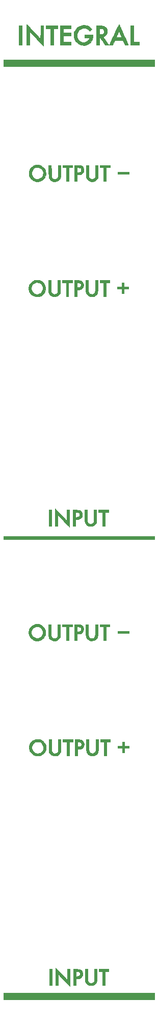
<source format=gto>
%TF.GenerationSoftware,KiCad,Pcbnew,(6.0.6-0)*%
%TF.CreationDate,2022-09-04T11:17:48+01:00*%
%TF.ProjectId,4u-simple-integrator-frontpanel,34752d73-696d-4706-9c65-2d696e746567,r02*%
%TF.SameCoordinates,Original*%
%TF.FileFunction,Legend,Top*%
%TF.FilePolarity,Positive*%
%FSLAX46Y46*%
G04 Gerber Fmt 4.6, Leading zero omitted, Abs format (unit mm)*
G04 Created by KiCad (PCBNEW (6.0.6-0)) date 2022-09-04 11:17:48*
%MOMM*%
%LPD*%
G01*
G04 APERTURE LIST*
%ADD10C,0.010000*%
G04 APERTURE END LIST*
%TO.C,Ref\u002A\u002A*%
G36*
X81421657Y-25775385D02*
G01*
X80701990Y-25775385D01*
X80701990Y-28505885D01*
X80193990Y-28505885D01*
X80193990Y-25775385D01*
X79474323Y-25775385D01*
X79474323Y-25309718D01*
X81421657Y-25309718D01*
X81421657Y-25775385D01*
G37*
D10*
X81421657Y-25775385D02*
X80701990Y-25775385D01*
X80701990Y-28505885D01*
X80193990Y-28505885D01*
X80193990Y-25775385D01*
X79474323Y-25775385D01*
X79474323Y-25309718D01*
X81421657Y-25309718D01*
X81421657Y-25775385D01*
G36*
X93211490Y-126126552D02*
G01*
X91348823Y-126126552D01*
X91348823Y-125787885D01*
X93211490Y-125787885D01*
X93211490Y-126126552D01*
G37*
X93211490Y-126126552D02*
X91348823Y-126126552D01*
X91348823Y-125787885D01*
X93211490Y-125787885D01*
X93211490Y-126126552D01*
G36*
X90121157Y-144160552D02*
G01*
X89507323Y-144160552D01*
X89507323Y-146446552D01*
X89083990Y-146446552D01*
X89083990Y-144160552D01*
X88470157Y-144160552D01*
X88470157Y-143758385D01*
X90121157Y-143758385D01*
X90121157Y-144160552D01*
G37*
X90121157Y-144160552D02*
X89507323Y-144160552D01*
X89507323Y-146446552D01*
X89083990Y-146446552D01*
X89083990Y-144160552D01*
X88470157Y-144160552D01*
X88470157Y-143758385D01*
X90121157Y-143758385D01*
X90121157Y-144160552D01*
G36*
X86485543Y-125592093D02*
G01*
X86487835Y-125832976D01*
X86490432Y-126035479D01*
X86493850Y-126203555D01*
X86498606Y-126341158D01*
X86505214Y-126452240D01*
X86514191Y-126540754D01*
X86526053Y-126610653D01*
X86541315Y-126665891D01*
X86560493Y-126710421D01*
X86584103Y-126748195D01*
X86612662Y-126783166D01*
X86645531Y-126818100D01*
X86736306Y-126898664D01*
X86828831Y-126949629D01*
X86936006Y-126976101D01*
X87062573Y-126983215D01*
X87196711Y-126974208D01*
X87304048Y-126943964D01*
X87396972Y-126887254D01*
X87480864Y-126806679D01*
X87513021Y-126769737D01*
X87539947Y-126733580D01*
X87562104Y-126694228D01*
X87579958Y-126647704D01*
X87593971Y-126590029D01*
X87604608Y-126517222D01*
X87612332Y-126425307D01*
X87617606Y-126310304D01*
X87620896Y-126168235D01*
X87622663Y-125995120D01*
X87623372Y-125786982D01*
X87623490Y-125582960D01*
X87623490Y-124666052D01*
X88046823Y-124666052D01*
X88046306Y-125613260D01*
X88045697Y-125837496D01*
X88044175Y-126042339D01*
X88041819Y-126224110D01*
X88038706Y-126379126D01*
X88034913Y-126503709D01*
X88030519Y-126594177D01*
X88025600Y-126646851D01*
X88024389Y-126653291D01*
X87966446Y-126818208D01*
X87873522Y-126976283D01*
X87752847Y-127117518D01*
X87611657Y-127231916D01*
X87600700Y-127238972D01*
X87451842Y-127311913D01*
X87279154Y-127361213D01*
X87095417Y-127384482D01*
X86913415Y-127379329D01*
X86876457Y-127374388D01*
X86723306Y-127333379D01*
X86569631Y-127261061D01*
X86425403Y-127164433D01*
X86300593Y-127050491D01*
X86205175Y-126926233D01*
X86184031Y-126888499D01*
X86158569Y-126837628D01*
X86137247Y-126790442D01*
X86119659Y-126742707D01*
X86105399Y-126690189D01*
X86094061Y-126628656D01*
X86085239Y-126553873D01*
X86078526Y-126461608D01*
X86073516Y-126347627D01*
X86069803Y-126207696D01*
X86066981Y-126037582D01*
X86064644Y-125833053D01*
X86062689Y-125623843D01*
X86054104Y-124666052D01*
X86477354Y-124666052D01*
X86485543Y-125592093D01*
G37*
X86485543Y-125592093D02*
X86487835Y-125832976D01*
X86490432Y-126035479D01*
X86493850Y-126203555D01*
X86498606Y-126341158D01*
X86505214Y-126452240D01*
X86514191Y-126540754D01*
X86526053Y-126610653D01*
X86541315Y-126665891D01*
X86560493Y-126710421D01*
X86584103Y-126748195D01*
X86612662Y-126783166D01*
X86645531Y-126818100D01*
X86736306Y-126898664D01*
X86828831Y-126949629D01*
X86936006Y-126976101D01*
X87062573Y-126983215D01*
X87196711Y-126974208D01*
X87304048Y-126943964D01*
X87396972Y-126887254D01*
X87480864Y-126806679D01*
X87513021Y-126769737D01*
X87539947Y-126733580D01*
X87562104Y-126694228D01*
X87579958Y-126647704D01*
X87593971Y-126590029D01*
X87604608Y-126517222D01*
X87612332Y-126425307D01*
X87617606Y-126310304D01*
X87620896Y-126168235D01*
X87622663Y-125995120D01*
X87623372Y-125786982D01*
X87623490Y-125582960D01*
X87623490Y-124666052D01*
X88046823Y-124666052D01*
X88046306Y-125613260D01*
X88045697Y-125837496D01*
X88044175Y-126042339D01*
X88041819Y-126224110D01*
X88038706Y-126379126D01*
X88034913Y-126503709D01*
X88030519Y-126594177D01*
X88025600Y-126646851D01*
X88024389Y-126653291D01*
X87966446Y-126818208D01*
X87873522Y-126976283D01*
X87752847Y-127117518D01*
X87611657Y-127231916D01*
X87600700Y-127238972D01*
X87451842Y-127311913D01*
X87279154Y-127361213D01*
X87095417Y-127384482D01*
X86913415Y-127379329D01*
X86876457Y-127374388D01*
X86723306Y-127333379D01*
X86569631Y-127261061D01*
X86425403Y-127164433D01*
X86300593Y-127050491D01*
X86205175Y-126926233D01*
X86184031Y-126888499D01*
X86158569Y-126837628D01*
X86137247Y-126790442D01*
X86119659Y-126742707D01*
X86105399Y-126690189D01*
X86094061Y-126628656D01*
X86085239Y-126553873D01*
X86078526Y-126461608D01*
X86073516Y-126347627D01*
X86069803Y-126207696D01*
X86066981Y-126037582D01*
X86064644Y-125833053D01*
X86062689Y-125623843D01*
X86054104Y-124666052D01*
X86477354Y-124666052D01*
X86485543Y-125592093D01*
G36*
X80363323Y-108346552D02*
G01*
X79939990Y-108346552D01*
X79939990Y-105679552D01*
X80363323Y-105679552D01*
X80363323Y-108346552D01*
G37*
X80363323Y-108346552D02*
X79939990Y-108346552D01*
X79939990Y-105679552D01*
X80363323Y-105679552D01*
X80363323Y-108346552D01*
G36*
X80426823Y-184546552D02*
G01*
X80003490Y-184546552D01*
X80003490Y-181879552D01*
X80426823Y-181879552D01*
X80426823Y-184546552D01*
G37*
X80426823Y-184546552D02*
X80003490Y-184546552D01*
X80003490Y-181879552D01*
X80426823Y-181879552D01*
X80426823Y-184546552D01*
G36*
X81012216Y-105508711D02*
G01*
X81056278Y-105552902D01*
X81124591Y-105622584D01*
X81214669Y-105715187D01*
X81324026Y-105828143D01*
X81450176Y-105958881D01*
X81590633Y-106104832D01*
X81742912Y-106263428D01*
X81904527Y-106432098D01*
X81963265Y-106493484D01*
X82913907Y-107487333D01*
X82919425Y-106583442D01*
X82924944Y-105679552D01*
X83347823Y-105679552D01*
X83347823Y-107097718D01*
X83347709Y-107338478D01*
X83347381Y-107566368D01*
X83346857Y-107777927D01*
X83346157Y-107969693D01*
X83345299Y-108138203D01*
X83344303Y-108279995D01*
X83343188Y-108391607D01*
X83341973Y-108469578D01*
X83340677Y-108510445D01*
X83339991Y-108515885D01*
X83324398Y-108501006D01*
X83281994Y-108458058D01*
X83215223Y-108389569D01*
X83126528Y-108298070D01*
X83018350Y-108186090D01*
X82893133Y-108056160D01*
X82753320Y-107910810D01*
X82601353Y-107752570D01*
X82439675Y-107583970D01*
X82371616Y-107512925D01*
X81411073Y-106509966D01*
X81400045Y-108346552D01*
X80977157Y-108346552D01*
X80977157Y-106916038D01*
X80977411Y-106674438D01*
X80978148Y-106445867D01*
X80979324Y-106233752D01*
X80980895Y-106041515D01*
X80982820Y-105872582D01*
X80985057Y-105730377D01*
X80987561Y-105618323D01*
X80990291Y-105539847D01*
X80993204Y-105498371D01*
X80994890Y-105492579D01*
X81012216Y-105508711D01*
G37*
X81012216Y-105508711D02*
X81056278Y-105552902D01*
X81124591Y-105622584D01*
X81214669Y-105715187D01*
X81324026Y-105828143D01*
X81450176Y-105958881D01*
X81590633Y-106104832D01*
X81742912Y-106263428D01*
X81904527Y-106432098D01*
X81963265Y-106493484D01*
X82913907Y-107487333D01*
X82919425Y-106583442D01*
X82924944Y-105679552D01*
X83347823Y-105679552D01*
X83347823Y-107097718D01*
X83347709Y-107338478D01*
X83347381Y-107566368D01*
X83346857Y-107777927D01*
X83346157Y-107969693D01*
X83345299Y-108138203D01*
X83344303Y-108279995D01*
X83343188Y-108391607D01*
X83341973Y-108469578D01*
X83340677Y-108510445D01*
X83339991Y-108515885D01*
X83324398Y-108501006D01*
X83281994Y-108458058D01*
X83215223Y-108389569D01*
X83126528Y-108298070D01*
X83018350Y-108186090D01*
X82893133Y-108056160D01*
X82753320Y-107910810D01*
X82601353Y-107752570D01*
X82439675Y-107583970D01*
X82371616Y-107512925D01*
X81411073Y-106509966D01*
X81400045Y-108346552D01*
X80977157Y-108346552D01*
X80977157Y-106916038D01*
X80977411Y-106674438D01*
X80978148Y-106445867D01*
X80979324Y-106233752D01*
X80980895Y-106041515D01*
X80982820Y-105872582D01*
X80985057Y-105730377D01*
X80987561Y-105618323D01*
X80990291Y-105539847D01*
X80993204Y-105498371D01*
X80994890Y-105492579D01*
X81012216Y-105508711D01*
G36*
X84496115Y-67558804D02*
G01*
X84709442Y-67562046D01*
X84886373Y-67572122D01*
X85032492Y-67590414D01*
X85153383Y-67618304D01*
X85254631Y-67657172D01*
X85341820Y-67708401D01*
X85420534Y-67773371D01*
X85439867Y-67792249D01*
X85549441Y-67931581D01*
X85623556Y-68091481D01*
X85660776Y-68267331D01*
X85659668Y-68454513D01*
X85655591Y-68486945D01*
X85611602Y-68661237D01*
X85533627Y-68811118D01*
X85422818Y-68935790D01*
X85280328Y-69034454D01*
X85107307Y-69106311D01*
X84904908Y-69150562D01*
X84676032Y-69166398D01*
X84575490Y-69167052D01*
X84575490Y-70246552D01*
X84152157Y-70246552D01*
X84152157Y-68770063D01*
X84575490Y-68770063D01*
X84763408Y-68761079D01*
X84872639Y-68752809D01*
X84954435Y-68738127D01*
X85023572Y-68713885D01*
X85054450Y-68699038D01*
X85153457Y-68629491D01*
X85217449Y-68539005D01*
X85248571Y-68423868D01*
X85252475Y-68356375D01*
X85241125Y-68238144D01*
X85204329Y-68143351D01*
X85139075Y-68069664D01*
X85042355Y-68014751D01*
X84911159Y-67976280D01*
X84742477Y-67951918D01*
X84728948Y-67950659D01*
X84575490Y-67936821D01*
X84575490Y-68770063D01*
X84152157Y-68770063D01*
X84152157Y-67558385D01*
X84496115Y-67558804D01*
G37*
X84496115Y-67558804D02*
X84709442Y-67562046D01*
X84886373Y-67572122D01*
X85032492Y-67590414D01*
X85153383Y-67618304D01*
X85254631Y-67657172D01*
X85341820Y-67708401D01*
X85420534Y-67773371D01*
X85439867Y-67792249D01*
X85549441Y-67931581D01*
X85623556Y-68091481D01*
X85660776Y-68267331D01*
X85659668Y-68454513D01*
X85655591Y-68486945D01*
X85611602Y-68661237D01*
X85533627Y-68811118D01*
X85422818Y-68935790D01*
X85280328Y-69034454D01*
X85107307Y-69106311D01*
X84904908Y-69150562D01*
X84676032Y-69166398D01*
X84575490Y-69167052D01*
X84575490Y-70246552D01*
X84152157Y-70246552D01*
X84152157Y-68770063D01*
X84575490Y-68770063D01*
X84763408Y-68761079D01*
X84872639Y-68752809D01*
X84954435Y-68738127D01*
X85023572Y-68713885D01*
X85054450Y-68699038D01*
X85153457Y-68629491D01*
X85217449Y-68539005D01*
X85248571Y-68423868D01*
X85252475Y-68356375D01*
X85241125Y-68238144D01*
X85204329Y-68143351D01*
X85139075Y-68069664D01*
X85042355Y-68014751D01*
X84911159Y-67976280D01*
X84742477Y-67951918D01*
X84728948Y-67950659D01*
X84575490Y-67936821D01*
X84575490Y-68770063D01*
X84152157Y-68770063D01*
X84152157Y-67558385D01*
X84496115Y-67558804D01*
G36*
X93253823Y-49905385D02*
G01*
X91391157Y-49905385D01*
X91391157Y-49566718D01*
X93253823Y-49566718D01*
X93253823Y-49905385D01*
G37*
X93253823Y-49905385D02*
X91391157Y-49905385D01*
X91391157Y-49566718D01*
X93253823Y-49566718D01*
X93253823Y-49905385D01*
G36*
X90078823Y-48847052D02*
G01*
X89464990Y-48847052D01*
X89464990Y-51133052D01*
X89041657Y-51133052D01*
X89041657Y-48847052D01*
X88427823Y-48847052D01*
X88427823Y-48466052D01*
X90078823Y-48466052D01*
X90078823Y-48847052D01*
G37*
X90078823Y-48847052D02*
X89464990Y-48847052D01*
X89464990Y-51133052D01*
X89041657Y-51133052D01*
X89041657Y-48847052D01*
X88427823Y-48847052D01*
X88427823Y-48466052D01*
X90078823Y-48466052D01*
X90078823Y-48847052D01*
G36*
X89888323Y-182260552D02*
G01*
X89295657Y-182260552D01*
X89295657Y-184546552D01*
X88872323Y-184546552D01*
X88872323Y-182260552D01*
X88258490Y-182260552D01*
X88258490Y-181879552D01*
X89888323Y-181879552D01*
X89888323Y-182260552D01*
G37*
X89888323Y-182260552D02*
X89295657Y-182260552D01*
X89295657Y-184546552D01*
X88872323Y-184546552D01*
X88872323Y-182260552D01*
X88258490Y-182260552D01*
X88258490Y-181879552D01*
X89888323Y-181879552D01*
X89888323Y-182260552D01*
G36*
X84422032Y-105684111D02*
G01*
X84577037Y-105687403D01*
X84696497Y-105691092D01*
X84787198Y-105695832D01*
X84855926Y-105702273D01*
X84909470Y-105711067D01*
X84954615Y-105722867D01*
X84998148Y-105738324D01*
X85001937Y-105739806D01*
X85151197Y-105820865D01*
X85278712Y-105936907D01*
X85380919Y-106084686D01*
X85381366Y-106085508D01*
X85412674Y-106145071D01*
X85433367Y-106193606D01*
X85445642Y-106242526D01*
X85451692Y-106303245D01*
X85453714Y-106387177D01*
X85453907Y-106462718D01*
X85449825Y-106606412D01*
X85435040Y-106719347D01*
X85405739Y-106812532D01*
X85358111Y-106896978D01*
X85288345Y-106983694D01*
X85264571Y-107009616D01*
X85132793Y-107119598D01*
X84971793Y-107199258D01*
X84782073Y-107248417D01*
X84564137Y-107266898D01*
X84540851Y-107267052D01*
X84384990Y-107267052D01*
X84384990Y-108346552D01*
X83961657Y-108346552D01*
X83961657Y-106892138D01*
X84384990Y-106892138D01*
X84552039Y-106878207D01*
X84642678Y-106868361D01*
X84726157Y-106855371D01*
X84785826Y-106841874D01*
X84790164Y-106840490D01*
X84908713Y-106781642D01*
X84994910Y-106696644D01*
X85046736Y-106588233D01*
X85062323Y-106471494D01*
X85044960Y-106342517D01*
X84992947Y-106237790D01*
X84906397Y-106157406D01*
X84785423Y-106101456D01*
X84630141Y-106070033D01*
X84561906Y-106064529D01*
X84384990Y-106055243D01*
X84384990Y-106892138D01*
X83961657Y-106892138D01*
X83961657Y-105675406D01*
X84422032Y-105684111D01*
G37*
X84422032Y-105684111D02*
X84577037Y-105687403D01*
X84696497Y-105691092D01*
X84787198Y-105695832D01*
X84855926Y-105702273D01*
X84909470Y-105711067D01*
X84954615Y-105722867D01*
X84998148Y-105738324D01*
X85001937Y-105739806D01*
X85151197Y-105820865D01*
X85278712Y-105936907D01*
X85380919Y-106084686D01*
X85381366Y-106085508D01*
X85412674Y-106145071D01*
X85433367Y-106193606D01*
X85445642Y-106242526D01*
X85451692Y-106303245D01*
X85453714Y-106387177D01*
X85453907Y-106462718D01*
X85449825Y-106606412D01*
X85435040Y-106719347D01*
X85405739Y-106812532D01*
X85358111Y-106896978D01*
X85288345Y-106983694D01*
X85264571Y-107009616D01*
X85132793Y-107119598D01*
X84971793Y-107199258D01*
X84782073Y-107248417D01*
X84564137Y-107266898D01*
X84540851Y-107267052D01*
X84384990Y-107267052D01*
X84384990Y-108346552D01*
X83961657Y-108346552D01*
X83961657Y-106892138D01*
X84384990Y-106892138D01*
X84552039Y-106878207D01*
X84642678Y-106868361D01*
X84726157Y-106855371D01*
X84785826Y-106841874D01*
X84790164Y-106840490D01*
X84908713Y-106781642D01*
X84994910Y-106696644D01*
X85046736Y-106588233D01*
X85062323Y-106471494D01*
X85044960Y-106342517D01*
X84992947Y-106237790D01*
X84906397Y-106157406D01*
X84785423Y-106101456D01*
X84630141Y-106070033D01*
X84561906Y-106064529D01*
X84384990Y-106055243D01*
X84384990Y-106892138D01*
X83961657Y-106892138D01*
X83961657Y-105675406D01*
X84422032Y-105684111D01*
G36*
X84411448Y-181879919D02*
G01*
X84605786Y-181882310D01*
X84764169Y-181889790D01*
X84892783Y-181903430D01*
X84997815Y-181924301D01*
X85085452Y-181953475D01*
X85161879Y-181992023D01*
X85199647Y-182016405D01*
X85330958Y-182128280D01*
X85431159Y-182263313D01*
X85471330Y-182340736D01*
X85499800Y-182433033D01*
X85516538Y-182552014D01*
X85521536Y-182683764D01*
X85514788Y-182814366D01*
X85496285Y-182929903D01*
X85471668Y-183005103D01*
X85380903Y-183152800D01*
X85258772Y-183273923D01*
X85108011Y-183366980D01*
X84931357Y-183430480D01*
X84731544Y-183462933D01*
X84623959Y-183467052D01*
X84448490Y-183467052D01*
X84448490Y-184546552D01*
X84025157Y-184546552D01*
X84025157Y-183092326D01*
X84448490Y-183092326D01*
X84612532Y-183079521D01*
X84703213Y-183069881D01*
X84787390Y-183056568D01*
X84847775Y-183042351D01*
X84850657Y-183041397D01*
X84969625Y-182981319D01*
X85056505Y-182894860D01*
X85109112Y-182784992D01*
X85125358Y-182667330D01*
X85109644Y-182542479D01*
X85060591Y-182441406D01*
X84977436Y-182363499D01*
X84859420Y-182308148D01*
X84705781Y-182274743D01*
X84626257Y-182266809D01*
X84448490Y-182254264D01*
X84448490Y-183092326D01*
X84025157Y-183092326D01*
X84025157Y-181879552D01*
X84411448Y-181879919D01*
G37*
X84411448Y-181879919D02*
X84605786Y-181882310D01*
X84764169Y-181889790D01*
X84892783Y-181903430D01*
X84997815Y-181924301D01*
X85085452Y-181953475D01*
X85161879Y-181992023D01*
X85199647Y-182016405D01*
X85330958Y-182128280D01*
X85431159Y-182263313D01*
X85471330Y-182340736D01*
X85499800Y-182433033D01*
X85516538Y-182552014D01*
X85521536Y-182683764D01*
X85514788Y-182814366D01*
X85496285Y-182929903D01*
X85471668Y-183005103D01*
X85380903Y-183152800D01*
X85258772Y-183273923D01*
X85108011Y-183366980D01*
X84931357Y-183430480D01*
X84731544Y-183462933D01*
X84623959Y-183467052D01*
X84448490Y-183467052D01*
X84448490Y-184546552D01*
X84025157Y-184546552D01*
X84025157Y-183092326D01*
X84448490Y-183092326D01*
X84612532Y-183079521D01*
X84703213Y-183069881D01*
X84787390Y-183056568D01*
X84847775Y-183042351D01*
X84850657Y-183041397D01*
X84969625Y-182981319D01*
X85056505Y-182894860D01*
X85109112Y-182784992D01*
X85125358Y-182667330D01*
X85109644Y-182542479D01*
X85060591Y-182441406D01*
X84977436Y-182363499D01*
X84859420Y-182308148D01*
X84705781Y-182274743D01*
X84626257Y-182266809D01*
X84448490Y-182254264D01*
X84448490Y-183092326D01*
X84025157Y-183092326D01*
X84025157Y-181879552D01*
X84411448Y-181879919D01*
G36*
X76603350Y-125701382D02*
G01*
X76633724Y-125573494D01*
X76637520Y-125562209D01*
X76735730Y-125343364D01*
X76869197Y-125145246D01*
X77034310Y-124971807D01*
X77227458Y-124827001D01*
X77389407Y-124739165D01*
X77543971Y-124677982D01*
X77699920Y-124639572D01*
X77871823Y-124621013D01*
X77992657Y-124618195D01*
X78228849Y-124636786D01*
X78447897Y-124692515D01*
X78652037Y-124786453D01*
X78843503Y-124919672D01*
X79024534Y-125093243D01*
X79054360Y-125126757D01*
X79183895Y-125306626D01*
X79278996Y-125505553D01*
X79339661Y-125717968D01*
X79365889Y-125938302D01*
X79357678Y-126160986D01*
X79315027Y-126380451D01*
X79237934Y-126591127D01*
X79126399Y-126787445D01*
X79054809Y-126881982D01*
X78917468Y-127021300D01*
X78752551Y-127147084D01*
X78572237Y-127251684D01*
X78388703Y-127327453D01*
X78310157Y-127349665D01*
X78190553Y-127370072D01*
X78048543Y-127382035D01*
X77903356Y-127384749D01*
X77774223Y-127377412D01*
X77742995Y-127373362D01*
X77522493Y-127319625D01*
X77314395Y-127229600D01*
X77123270Y-127107526D01*
X76953693Y-126957643D01*
X76810233Y-126784190D01*
X76697464Y-126591407D01*
X76619956Y-126383533D01*
X76603879Y-126317052D01*
X76584151Y-126176517D01*
X76577917Y-126017394D01*
X76578640Y-125999552D01*
X76997823Y-125999552D01*
X77017444Y-126205142D01*
X77075754Y-126394645D01*
X77171927Y-126566102D01*
X77299005Y-126711813D01*
X77462269Y-126842793D01*
X77632232Y-126932370D01*
X77811581Y-126981284D01*
X78003000Y-126990274D01*
X78204423Y-126961169D01*
X78377031Y-126900971D01*
X78536281Y-126804942D01*
X78676616Y-126678860D01*
X78792481Y-126528501D01*
X78878319Y-126359644D01*
X78921564Y-126215468D01*
X78944633Y-126009234D01*
X78927116Y-125809156D01*
X78870136Y-125619374D01*
X78774813Y-125444025D01*
X78680794Y-125326582D01*
X78539586Y-125196780D01*
X78389146Y-125104258D01*
X78220713Y-125043968D01*
X78170313Y-125032416D01*
X77967155Y-125010762D01*
X77772406Y-125030424D01*
X77587702Y-125090934D01*
X77414676Y-125191819D01*
X77307144Y-125280787D01*
X77171918Y-125432984D01*
X77075810Y-125600703D01*
X77018048Y-125785735D01*
X76997860Y-125989875D01*
X76997823Y-125999552D01*
X76578640Y-125999552D01*
X76584532Y-125854182D01*
X76603350Y-125701382D01*
G37*
X76603350Y-125701382D02*
X76633724Y-125573494D01*
X76637520Y-125562209D01*
X76735730Y-125343364D01*
X76869197Y-125145246D01*
X77034310Y-124971807D01*
X77227458Y-124827001D01*
X77389407Y-124739165D01*
X77543971Y-124677982D01*
X77699920Y-124639572D01*
X77871823Y-124621013D01*
X77992657Y-124618195D01*
X78228849Y-124636786D01*
X78447897Y-124692515D01*
X78652037Y-124786453D01*
X78843503Y-124919672D01*
X79024534Y-125093243D01*
X79054360Y-125126757D01*
X79183895Y-125306626D01*
X79278996Y-125505553D01*
X79339661Y-125717968D01*
X79365889Y-125938302D01*
X79357678Y-126160986D01*
X79315027Y-126380451D01*
X79237934Y-126591127D01*
X79126399Y-126787445D01*
X79054809Y-126881982D01*
X78917468Y-127021300D01*
X78752551Y-127147084D01*
X78572237Y-127251684D01*
X78388703Y-127327453D01*
X78310157Y-127349665D01*
X78190553Y-127370072D01*
X78048543Y-127382035D01*
X77903356Y-127384749D01*
X77774223Y-127377412D01*
X77742995Y-127373362D01*
X77522493Y-127319625D01*
X77314395Y-127229600D01*
X77123270Y-127107526D01*
X76953693Y-126957643D01*
X76810233Y-126784190D01*
X76697464Y-126591407D01*
X76619956Y-126383533D01*
X76603879Y-126317052D01*
X76584151Y-126176517D01*
X76577917Y-126017394D01*
X76578640Y-125999552D01*
X76997823Y-125999552D01*
X77017444Y-126205142D01*
X77075754Y-126394645D01*
X77171927Y-126566102D01*
X77299005Y-126711813D01*
X77462269Y-126842793D01*
X77632232Y-126932370D01*
X77811581Y-126981284D01*
X78003000Y-126990274D01*
X78204423Y-126961169D01*
X78377031Y-126900971D01*
X78536281Y-126804942D01*
X78676616Y-126678860D01*
X78792481Y-126528501D01*
X78878319Y-126359644D01*
X78921564Y-126215468D01*
X78944633Y-126009234D01*
X78927116Y-125809156D01*
X78870136Y-125619374D01*
X78774813Y-125444025D01*
X78680794Y-125326582D01*
X78539586Y-125196780D01*
X78389146Y-125104258D01*
X78220713Y-125043968D01*
X78170313Y-125032416D01*
X77967155Y-125010762D01*
X77772406Y-125030424D01*
X77587702Y-125090934D01*
X77414676Y-125191819D01*
X77307144Y-125280787D01*
X77171918Y-125432984D01*
X77075810Y-125600703D01*
X77018048Y-125785735D01*
X76997860Y-125989875D01*
X76997823Y-125999552D01*
X76578640Y-125999552D01*
X76584532Y-125854182D01*
X76603350Y-125701382D01*
G36*
X76661948Y-144958975D02*
G01*
X76678201Y-144815972D01*
X76679131Y-144811042D01*
X76730103Y-144635703D01*
X76813330Y-144457313D01*
X76921906Y-144288901D01*
X77014318Y-144178566D01*
X77182885Y-144018225D01*
X77352684Y-143896193D01*
X77531205Y-143808909D01*
X77725937Y-143752814D01*
X77944367Y-143724347D01*
X77973548Y-143722563D01*
X78220506Y-143726748D01*
X78447781Y-143767948D01*
X78657828Y-143847095D01*
X78853099Y-143965118D01*
X79036051Y-144122950D01*
X79040407Y-144127332D01*
X79197993Y-144314646D01*
X79318389Y-144518611D01*
X79400967Y-144735177D01*
X79445101Y-144960295D01*
X79450164Y-145189914D01*
X79415531Y-145419985D01*
X79340575Y-145646457D01*
X79291389Y-145750216D01*
X79178965Y-145924862D01*
X79033615Y-146087607D01*
X78864618Y-146229843D01*
X78681252Y-146342962D01*
X78622129Y-146371130D01*
X78435516Y-146434910D01*
X78228588Y-146473557D01*
X78016129Y-146485606D01*
X77812924Y-146469592D01*
X77749240Y-146457642D01*
X77524596Y-146388090D01*
X77316052Y-146283582D01*
X77128259Y-146148130D01*
X76965868Y-145985744D01*
X76833532Y-145800436D01*
X76735902Y-145596216D01*
X76729397Y-145578240D01*
X76694667Y-145446869D01*
X76671182Y-145289690D01*
X76660097Y-145124282D01*
X77085065Y-145124282D01*
X77098596Y-145284272D01*
X77129609Y-145428792D01*
X77146164Y-145477042D01*
X77227592Y-145632091D01*
X77342578Y-145776043D01*
X77482448Y-145900740D01*
X77638527Y-145998025D01*
X77749240Y-146044273D01*
X77826545Y-146065962D01*
X77906247Y-146078047D01*
X78002963Y-146082103D01*
X78089834Y-146080978D01*
X78191801Y-146077120D01*
X78266083Y-146069737D01*
X78327329Y-146055519D01*
X78390188Y-146031153D01*
X78462406Y-145996744D01*
X78637807Y-145887856D01*
X78783301Y-145751507D01*
X78896603Y-145592065D01*
X78975426Y-145413899D01*
X79017484Y-145221377D01*
X79020489Y-145018867D01*
X79011955Y-144946849D01*
X78961357Y-144750769D01*
X78874094Y-144571277D01*
X78753854Y-144413418D01*
X78604327Y-144282236D01*
X78465683Y-144199687D01*
X78403367Y-144170127D01*
X78352378Y-144150194D01*
X78301759Y-144137993D01*
X78240556Y-144131629D01*
X78157812Y-144129206D01*
X78056157Y-144128827D01*
X77944013Y-144129386D01*
X77863307Y-144132275D01*
X77803146Y-144139276D01*
X77752638Y-144152174D01*
X77700890Y-144172749D01*
X77653990Y-144194637D01*
X77483664Y-144297620D01*
X77336961Y-144429821D01*
X77219170Y-144585060D01*
X77135582Y-144757154D01*
X77113830Y-144825893D01*
X77089862Y-144965822D01*
X77085065Y-145124282D01*
X76660097Y-145124282D01*
X76659942Y-145121970D01*
X76661948Y-144958975D01*
G37*
X76661948Y-144958975D02*
X76678201Y-144815972D01*
X76679131Y-144811042D01*
X76730103Y-144635703D01*
X76813330Y-144457313D01*
X76921906Y-144288901D01*
X77014318Y-144178566D01*
X77182885Y-144018225D01*
X77352684Y-143896193D01*
X77531205Y-143808909D01*
X77725937Y-143752814D01*
X77944367Y-143724347D01*
X77973548Y-143722563D01*
X78220506Y-143726748D01*
X78447781Y-143767948D01*
X78657828Y-143847095D01*
X78853099Y-143965118D01*
X79036051Y-144122950D01*
X79040407Y-144127332D01*
X79197993Y-144314646D01*
X79318389Y-144518611D01*
X79400967Y-144735177D01*
X79445101Y-144960295D01*
X79450164Y-145189914D01*
X79415531Y-145419985D01*
X79340575Y-145646457D01*
X79291389Y-145750216D01*
X79178965Y-145924862D01*
X79033615Y-146087607D01*
X78864618Y-146229843D01*
X78681252Y-146342962D01*
X78622129Y-146371130D01*
X78435516Y-146434910D01*
X78228588Y-146473557D01*
X78016129Y-146485606D01*
X77812924Y-146469592D01*
X77749240Y-146457642D01*
X77524596Y-146388090D01*
X77316052Y-146283582D01*
X77128259Y-146148130D01*
X76965868Y-145985744D01*
X76833532Y-145800436D01*
X76735902Y-145596216D01*
X76729397Y-145578240D01*
X76694667Y-145446869D01*
X76671182Y-145289690D01*
X76660097Y-145124282D01*
X77085065Y-145124282D01*
X77098596Y-145284272D01*
X77129609Y-145428792D01*
X77146164Y-145477042D01*
X77227592Y-145632091D01*
X77342578Y-145776043D01*
X77482448Y-145900740D01*
X77638527Y-145998025D01*
X77749240Y-146044273D01*
X77826545Y-146065962D01*
X77906247Y-146078047D01*
X78002963Y-146082103D01*
X78089834Y-146080978D01*
X78191801Y-146077120D01*
X78266083Y-146069737D01*
X78327329Y-146055519D01*
X78390188Y-146031153D01*
X78462406Y-145996744D01*
X78637807Y-145887856D01*
X78783301Y-145751507D01*
X78896603Y-145592065D01*
X78975426Y-145413899D01*
X79017484Y-145221377D01*
X79020489Y-145018867D01*
X79011955Y-144946849D01*
X78961357Y-144750769D01*
X78874094Y-144571277D01*
X78753854Y-144413418D01*
X78604327Y-144282236D01*
X78465683Y-144199687D01*
X78403367Y-144170127D01*
X78352378Y-144150194D01*
X78301759Y-144137993D01*
X78240556Y-144131629D01*
X78157812Y-144129206D01*
X78056157Y-144128827D01*
X77944013Y-144129386D01*
X77863307Y-144132275D01*
X77803146Y-144139276D01*
X77752638Y-144152174D01*
X77700890Y-144172749D01*
X77653990Y-144194637D01*
X77483664Y-144297620D01*
X77336961Y-144429821D01*
X77219170Y-144585060D01*
X77135582Y-144757154D01*
X77113830Y-144825893D01*
X77089862Y-144965822D01*
X77085065Y-145124282D01*
X76660097Y-145124282D01*
X76659942Y-145121970D01*
X76661948Y-144958975D01*
G36*
X83855823Y-48847052D02*
G01*
X83263157Y-48847052D01*
X83263157Y-51133052D01*
X82839823Y-51133052D01*
X82839823Y-48847052D01*
X82225990Y-48847052D01*
X82225990Y-48466052D01*
X83855823Y-48466052D01*
X83855823Y-48847052D01*
G37*
X83855823Y-48847052D02*
X83263157Y-48847052D01*
X83263157Y-51133052D01*
X82839823Y-51133052D01*
X82839823Y-48847052D01*
X82225990Y-48847052D01*
X82225990Y-48466052D01*
X83855823Y-48466052D01*
X83855823Y-48847052D01*
G36*
X86294086Y-106626760D02*
G01*
X86295771Y-106854301D01*
X86297539Y-107043466D01*
X86299561Y-107198212D01*
X86302007Y-107322496D01*
X86305046Y-107420276D01*
X86308848Y-107495508D01*
X86313581Y-107552150D01*
X86319417Y-107594159D01*
X86326525Y-107625492D01*
X86335073Y-107650106D01*
X86338270Y-107657496D01*
X86405961Y-107777755D01*
X86490786Y-107868291D01*
X86589070Y-107933411D01*
X86721133Y-107983653D01*
X86861417Y-107999198D01*
X87001211Y-107981971D01*
X87131804Y-107933899D01*
X87244486Y-107856909D01*
X87318373Y-107772119D01*
X87344648Y-107730315D01*
X87366599Y-107687248D01*
X87384610Y-107638832D01*
X87399065Y-107580985D01*
X87410349Y-107509622D01*
X87418847Y-107420660D01*
X87424942Y-107310014D01*
X87429020Y-107173600D01*
X87431464Y-107007335D01*
X87432659Y-106807134D01*
X87432989Y-106568915D01*
X87432990Y-106554438D01*
X87432990Y-105679552D01*
X87858649Y-105679552D01*
X87852024Y-106658510D01*
X87850430Y-106887579D01*
X87848889Y-107078364D01*
X87847199Y-107234915D01*
X87845153Y-107361279D01*
X87842548Y-107461506D01*
X87839180Y-107539645D01*
X87834845Y-107599745D01*
X87829338Y-107645854D01*
X87822455Y-107682022D01*
X87813992Y-107712296D01*
X87803744Y-107740727D01*
X87796522Y-107758915D01*
X87705630Y-107935169D01*
X87585671Y-108090346D01*
X87442695Y-108218206D01*
X87282751Y-108312514D01*
X87243386Y-108329122D01*
X87119851Y-108363194D01*
X86971988Y-108382222D01*
X86815143Y-108385935D01*
X86664659Y-108374063D01*
X86535883Y-108346337D01*
X86522254Y-108341805D01*
X86365628Y-108269397D01*
X86216408Y-108167924D01*
X86098086Y-108055969D01*
X86029417Y-107959731D01*
X85965665Y-107838344D01*
X85914826Y-107708883D01*
X85888261Y-107608029D01*
X85883199Y-107559689D01*
X85878646Y-107473259D01*
X85874692Y-107352979D01*
X85871428Y-107203090D01*
X85868943Y-107027835D01*
X85867326Y-106831452D01*
X85866667Y-106618185D01*
X85866657Y-106586829D01*
X85866657Y-105679552D01*
X86287599Y-105679552D01*
X86294086Y-106626760D01*
G37*
X86294086Y-106626760D02*
X86295771Y-106854301D01*
X86297539Y-107043466D01*
X86299561Y-107198212D01*
X86302007Y-107322496D01*
X86305046Y-107420276D01*
X86308848Y-107495508D01*
X86313581Y-107552150D01*
X86319417Y-107594159D01*
X86326525Y-107625492D01*
X86335073Y-107650106D01*
X86338270Y-107657496D01*
X86405961Y-107777755D01*
X86490786Y-107868291D01*
X86589070Y-107933411D01*
X86721133Y-107983653D01*
X86861417Y-107999198D01*
X87001211Y-107981971D01*
X87131804Y-107933899D01*
X87244486Y-107856909D01*
X87318373Y-107772119D01*
X87344648Y-107730315D01*
X87366599Y-107687248D01*
X87384610Y-107638832D01*
X87399065Y-107580985D01*
X87410349Y-107509622D01*
X87418847Y-107420660D01*
X87424942Y-107310014D01*
X87429020Y-107173600D01*
X87431464Y-107007335D01*
X87432659Y-106807134D01*
X87432989Y-106568915D01*
X87432990Y-106554438D01*
X87432990Y-105679552D01*
X87858649Y-105679552D01*
X87852024Y-106658510D01*
X87850430Y-106887579D01*
X87848889Y-107078364D01*
X87847199Y-107234915D01*
X87845153Y-107361279D01*
X87842548Y-107461506D01*
X87839180Y-107539645D01*
X87834845Y-107599745D01*
X87829338Y-107645854D01*
X87822455Y-107682022D01*
X87813992Y-107712296D01*
X87803744Y-107740727D01*
X87796522Y-107758915D01*
X87705630Y-107935169D01*
X87585671Y-108090346D01*
X87442695Y-108218206D01*
X87282751Y-108312514D01*
X87243386Y-108329122D01*
X87119851Y-108363194D01*
X86971988Y-108382222D01*
X86815143Y-108385935D01*
X86664659Y-108374063D01*
X86535883Y-108346337D01*
X86522254Y-108341805D01*
X86365628Y-108269397D01*
X86216408Y-108167924D01*
X86098086Y-108055969D01*
X86029417Y-107959731D01*
X85965665Y-107838344D01*
X85914826Y-107708883D01*
X85888261Y-107608029D01*
X85883199Y-107559689D01*
X85878646Y-107473259D01*
X85874692Y-107352979D01*
X85871428Y-107203090D01*
X85868943Y-107027835D01*
X85867326Y-106831452D01*
X85866667Y-106618185D01*
X85866657Y-106586829D01*
X85866657Y-105679552D01*
X86287599Y-105679552D01*
X86294086Y-106626760D01*
G36*
X76636953Y-49545982D02*
G01*
X76695292Y-49319660D01*
X76792286Y-49110493D01*
X76927704Y-48918971D01*
X77101312Y-48745584D01*
X77121009Y-48729059D01*
X77305871Y-48597567D01*
X77499290Y-48503445D01*
X77707752Y-48444423D01*
X77937742Y-48418231D01*
X78013823Y-48416424D01*
X78257965Y-48433666D01*
X78483358Y-48488379D01*
X78691531Y-48581281D01*
X78884013Y-48713095D01*
X79062333Y-48884538D01*
X79099758Y-48927578D01*
X79227287Y-49110663D01*
X79321662Y-49314446D01*
X79382105Y-49532350D01*
X79407837Y-49757795D01*
X79398079Y-49984205D01*
X79352052Y-50205001D01*
X79274404Y-50402802D01*
X79149216Y-50609720D01*
X78994866Y-50787874D01*
X78814936Y-50935332D01*
X78613009Y-51050160D01*
X78392667Y-51130426D01*
X78157491Y-51174197D01*
X77911064Y-51179540D01*
X77844490Y-51174286D01*
X77618666Y-51133057D01*
X77409466Y-51055239D01*
X77213377Y-50939109D01*
X77026887Y-50782943D01*
X77006878Y-50763316D01*
X76858977Y-50594129D01*
X76748364Y-50415794D01*
X76672772Y-50222638D01*
X76629935Y-50008989D01*
X76618102Y-49799551D01*
X77040157Y-49799551D01*
X77060178Y-50000082D01*
X77118226Y-50188674D01*
X77211275Y-50360210D01*
X77336300Y-50509573D01*
X77490275Y-50631644D01*
X77554015Y-50668888D01*
X77731291Y-50746532D01*
X77904063Y-50785607D01*
X78081460Y-50787619D01*
X78185559Y-50773244D01*
X78371511Y-50718297D01*
X78539006Y-50628648D01*
X78684735Y-50509125D01*
X78805388Y-50364559D01*
X78897656Y-50199775D01*
X78958231Y-50019605D01*
X78983804Y-49828874D01*
X78971065Y-49632413D01*
X78970334Y-49628090D01*
X78924452Y-49450466D01*
X78848646Y-49292317D01*
X78737433Y-49142828D01*
X78707756Y-49110121D01*
X78559475Y-48980654D01*
X78393927Y-48886976D01*
X78216574Y-48829163D01*
X78032881Y-48807291D01*
X77848311Y-48821436D01*
X77668329Y-48871675D01*
X77498397Y-48958084D01*
X77343981Y-49080739D01*
X77333634Y-49090944D01*
X77201562Y-49249625D01*
X77109221Y-49422401D01*
X77055754Y-49611344D01*
X77040157Y-49799551D01*
X76618102Y-49799551D01*
X76617504Y-49788968D01*
X76636953Y-49545982D01*
G37*
X76636953Y-49545982D02*
X76695292Y-49319660D01*
X76792286Y-49110493D01*
X76927704Y-48918971D01*
X77101312Y-48745584D01*
X77121009Y-48729059D01*
X77305871Y-48597567D01*
X77499290Y-48503445D01*
X77707752Y-48444423D01*
X77937742Y-48418231D01*
X78013823Y-48416424D01*
X78257965Y-48433666D01*
X78483358Y-48488379D01*
X78691531Y-48581281D01*
X78884013Y-48713095D01*
X79062333Y-48884538D01*
X79099758Y-48927578D01*
X79227287Y-49110663D01*
X79321662Y-49314446D01*
X79382105Y-49532350D01*
X79407837Y-49757795D01*
X79398079Y-49984205D01*
X79352052Y-50205001D01*
X79274404Y-50402802D01*
X79149216Y-50609720D01*
X78994866Y-50787874D01*
X78814936Y-50935332D01*
X78613009Y-51050160D01*
X78392667Y-51130426D01*
X78157491Y-51174197D01*
X77911064Y-51179540D01*
X77844490Y-51174286D01*
X77618666Y-51133057D01*
X77409466Y-51055239D01*
X77213377Y-50939109D01*
X77026887Y-50782943D01*
X77006878Y-50763316D01*
X76858977Y-50594129D01*
X76748364Y-50415794D01*
X76672772Y-50222638D01*
X76629935Y-50008989D01*
X76618102Y-49799551D01*
X77040157Y-49799551D01*
X77060178Y-50000082D01*
X77118226Y-50188674D01*
X77211275Y-50360210D01*
X77336300Y-50509573D01*
X77490275Y-50631644D01*
X77554015Y-50668888D01*
X77731291Y-50746532D01*
X77904063Y-50785607D01*
X78081460Y-50787619D01*
X78185559Y-50773244D01*
X78371511Y-50718297D01*
X78539006Y-50628648D01*
X78684735Y-50509125D01*
X78805388Y-50364559D01*
X78897656Y-50199775D01*
X78958231Y-50019605D01*
X78983804Y-49828874D01*
X78971065Y-49632413D01*
X78970334Y-49628090D01*
X78924452Y-49450466D01*
X78848646Y-49292317D01*
X78737433Y-49142828D01*
X78707756Y-49110121D01*
X78559475Y-48980654D01*
X78393927Y-48886976D01*
X78216574Y-48829163D01*
X78032881Y-48807291D01*
X77848311Y-48821436D01*
X77668329Y-48871675D01*
X77498397Y-48958084D01*
X77343981Y-49080739D01*
X77333634Y-49090944D01*
X77201562Y-49249625D01*
X77109221Y-49422401D01*
X77055754Y-49611344D01*
X77040157Y-49799551D01*
X76618102Y-49799551D01*
X76617504Y-49788968D01*
X76636953Y-49545982D01*
G36*
X93973490Y-28040218D02*
G01*
X94925990Y-28040218D01*
X94925990Y-28505885D01*
X93486657Y-28505885D01*
X93486657Y-25309718D01*
X93973490Y-25309718D01*
X93973490Y-28040218D01*
G37*
X93973490Y-28040218D02*
X94925990Y-28040218D01*
X94925990Y-28505885D01*
X93486657Y-28505885D01*
X93486657Y-25309718D01*
X93973490Y-25309718D01*
X93973490Y-28040218D01*
G36*
X92407157Y-68680218D02*
G01*
X93169157Y-68680218D01*
X93169157Y-69018885D01*
X92407157Y-69018885D01*
X92407157Y-69759718D01*
X92068490Y-69759718D01*
X92068490Y-69018885D01*
X91306490Y-69018885D01*
X91306490Y-68680218D01*
X92068490Y-68680218D01*
X92068490Y-67939385D01*
X92407157Y-67939385D01*
X92407157Y-68680218D01*
G37*
X92407157Y-68680218D02*
X93169157Y-68680218D01*
X93169157Y-69018885D01*
X92407157Y-69018885D01*
X92407157Y-69759718D01*
X92068490Y-69759718D01*
X92068490Y-69018885D01*
X91306490Y-69018885D01*
X91306490Y-68680218D01*
X92068490Y-68680218D01*
X92068490Y-67939385D01*
X92407157Y-67939385D01*
X92407157Y-68680218D01*
G36*
X83813490Y-125068218D02*
G01*
X83220823Y-125068218D01*
X83220823Y-127333052D01*
X82797490Y-127333052D01*
X82797490Y-125068218D01*
X82183657Y-125068218D01*
X82183657Y-124666052D01*
X83813490Y-124666052D01*
X83813490Y-125068218D01*
G37*
X83813490Y-125068218D02*
X83220823Y-125068218D01*
X83220823Y-127333052D01*
X82797490Y-127333052D01*
X82797490Y-125068218D01*
X82183657Y-125068218D01*
X82183657Y-124666052D01*
X83813490Y-124666052D01*
X83813490Y-125068218D01*
G36*
X97465990Y-186938385D02*
G01*
X72446990Y-186938385D01*
X72446990Y-185858885D01*
X97465990Y-185858885D01*
X97465990Y-186938385D01*
G37*
X97465990Y-186938385D02*
X72446990Y-186938385D01*
X72446990Y-185858885D01*
X97465990Y-185858885D01*
X97465990Y-186938385D01*
G36*
X90036490Y-67960552D02*
G01*
X89422657Y-67960552D01*
X89422657Y-70246552D01*
X88999323Y-70246552D01*
X88999323Y-67960552D01*
X88385490Y-67960552D01*
X88385490Y-67558385D01*
X90036490Y-67558385D01*
X90036490Y-67960552D01*
G37*
X90036490Y-67960552D02*
X89422657Y-67960552D01*
X89422657Y-70246552D01*
X88999323Y-70246552D01*
X88999323Y-67960552D01*
X88385490Y-67960552D01*
X88385490Y-67558385D01*
X90036490Y-67558385D01*
X90036490Y-67960552D01*
G36*
X97461062Y-31495677D02*
G01*
X97455407Y-32030135D01*
X84951198Y-32035444D01*
X72446990Y-32040754D01*
X72446990Y-30961218D01*
X97466717Y-30961218D01*
X97461062Y-31495677D01*
G37*
X97461062Y-31495677D02*
X97455407Y-32030135D01*
X84951198Y-32035444D01*
X72446990Y-32040754D01*
X72446990Y-30961218D01*
X97466717Y-30961218D01*
X97461062Y-31495677D01*
G36*
X84549587Y-143758385D02*
G01*
X84769231Y-143761562D01*
X84952331Y-143771967D01*
X85104261Y-143790909D01*
X85230395Y-143819697D01*
X85336105Y-143859641D01*
X85426767Y-143912050D01*
X85507753Y-143978233D01*
X85526434Y-143996400D01*
X85635793Y-144135026D01*
X85710403Y-144294232D01*
X85748450Y-144467995D01*
X85748117Y-144650295D01*
X85740297Y-144705545D01*
X85690656Y-144879826D01*
X85607590Y-145029032D01*
X85492443Y-145152234D01*
X85346561Y-145248505D01*
X85171290Y-145316915D01*
X84967974Y-145356536D01*
X84781865Y-145366892D01*
X84660157Y-145367052D01*
X84660157Y-146446552D01*
X84236823Y-146446552D01*
X84236823Y-144969934D01*
X84660157Y-144969934D01*
X84855948Y-144960744D01*
X84971761Y-144952023D01*
X85057327Y-144936988D01*
X85124538Y-144913336D01*
X85139916Y-144905782D01*
X85230649Y-144844965D01*
X85290117Y-144769009D01*
X85323261Y-144669442D01*
X85333855Y-144573395D01*
X85335800Y-144489124D01*
X85329641Y-144431756D01*
X85312455Y-144386177D01*
X85290851Y-144351052D01*
X85219225Y-144270817D01*
X85126644Y-144214637D01*
X85007044Y-144179904D01*
X84855948Y-144164083D01*
X84660157Y-144155502D01*
X84660157Y-144969934D01*
X84236823Y-144969934D01*
X84236823Y-143758385D01*
X84549587Y-143758385D01*
G37*
X84549587Y-143758385D02*
X84769231Y-143761562D01*
X84952331Y-143771967D01*
X85104261Y-143790909D01*
X85230395Y-143819697D01*
X85336105Y-143859641D01*
X85426767Y-143912050D01*
X85507753Y-143978233D01*
X85526434Y-143996400D01*
X85635793Y-144135026D01*
X85710403Y-144294232D01*
X85748450Y-144467995D01*
X85748117Y-144650295D01*
X85740297Y-144705545D01*
X85690656Y-144879826D01*
X85607590Y-145029032D01*
X85492443Y-145152234D01*
X85346561Y-145248505D01*
X85171290Y-145316915D01*
X84967974Y-145356536D01*
X84781865Y-145366892D01*
X84660157Y-145367052D01*
X84660157Y-146446552D01*
X84236823Y-146446552D01*
X84236823Y-144969934D01*
X84660157Y-144969934D01*
X84855948Y-144960744D01*
X84971761Y-144952023D01*
X85057327Y-144936988D01*
X85124538Y-144913336D01*
X85139916Y-144905782D01*
X85230649Y-144844965D01*
X85290117Y-144769009D01*
X85323261Y-144669442D01*
X85333855Y-144573395D01*
X85335800Y-144489124D01*
X85329641Y-144431756D01*
X85312455Y-144386177D01*
X85290851Y-144351052D01*
X85219225Y-144270817D01*
X85126644Y-144214637D01*
X85007044Y-144179904D01*
X84855948Y-144164083D01*
X84660157Y-144155502D01*
X84660157Y-144969934D01*
X84236823Y-144969934D01*
X84236823Y-143758385D01*
X84549587Y-143758385D01*
G36*
X86060941Y-25272792D02*
G01*
X86263387Y-25318018D01*
X86449224Y-25390993D01*
X86626820Y-25495375D01*
X86804544Y-25634825D01*
X86891123Y-25714117D01*
X87082117Y-25896266D01*
X86903012Y-26066968D01*
X86723907Y-26237669D01*
X86596907Y-26105330D01*
X86420618Y-25946892D01*
X86235324Y-25829763D01*
X86040655Y-25753809D01*
X85836239Y-25718894D01*
X85621706Y-25724885D01*
X85568759Y-25732381D01*
X85360047Y-25785799D01*
X85173053Y-25871880D01*
X85009110Y-25986333D01*
X84869549Y-26124866D01*
X84755703Y-26283190D01*
X84668906Y-26457013D01*
X84610488Y-26642045D01*
X84581783Y-26833994D01*
X84584124Y-27028571D01*
X84618842Y-27221484D01*
X84687270Y-27408443D01*
X84790741Y-27585156D01*
X84930587Y-27747334D01*
X84940171Y-27756516D01*
X85117072Y-27900307D01*
X85301872Y-28005915D01*
X85491184Y-28073209D01*
X85681621Y-28102062D01*
X85869797Y-28092345D01*
X86052326Y-28043930D01*
X86225821Y-27956687D01*
X86386895Y-27830488D01*
X86405772Y-27812182D01*
X86495186Y-27707404D01*
X86573626Y-27585571D01*
X86632676Y-27461343D01*
X86660683Y-27368177D01*
X86674353Y-27299385D01*
X85866657Y-27299385D01*
X85866657Y-26833718D01*
X87225890Y-26833718D01*
X87211222Y-27050677D01*
X87201252Y-27165330D01*
X87187189Y-27285741D01*
X87171479Y-27391934D01*
X87165197Y-27426385D01*
X87099765Y-27651421D01*
X86997532Y-27860834D01*
X86862412Y-28050593D01*
X86698321Y-28216666D01*
X86509173Y-28355020D01*
X86298883Y-28461622D01*
X86097107Y-28526529D01*
X85906717Y-28557975D01*
X85699058Y-28568082D01*
X85492244Y-28556873D01*
X85308933Y-28525499D01*
X85093656Y-28452843D01*
X84882725Y-28344243D01*
X84685574Y-28205779D01*
X84511636Y-28043533D01*
X84448690Y-27970895D01*
X84299316Y-27753878D01*
X84186895Y-27519318D01*
X84112734Y-27271717D01*
X84078142Y-27015575D01*
X84084425Y-26755396D01*
X84087581Y-26727434D01*
X84131967Y-26480690D01*
X84203755Y-26260791D01*
X84306805Y-26059401D01*
X84444976Y-25868184D01*
X84529653Y-25772488D01*
X84722091Y-25591936D01*
X84925102Y-25450913D01*
X85141965Y-25348111D01*
X85375958Y-25282218D01*
X85630356Y-25251927D01*
X85833515Y-25251655D01*
X86060941Y-25272792D01*
G37*
X86060941Y-25272792D02*
X86263387Y-25318018D01*
X86449224Y-25390993D01*
X86626820Y-25495375D01*
X86804544Y-25634825D01*
X86891123Y-25714117D01*
X87082117Y-25896266D01*
X86903012Y-26066968D01*
X86723907Y-26237669D01*
X86596907Y-26105330D01*
X86420618Y-25946892D01*
X86235324Y-25829763D01*
X86040655Y-25753809D01*
X85836239Y-25718894D01*
X85621706Y-25724885D01*
X85568759Y-25732381D01*
X85360047Y-25785799D01*
X85173053Y-25871880D01*
X85009110Y-25986333D01*
X84869549Y-26124866D01*
X84755703Y-26283190D01*
X84668906Y-26457013D01*
X84610488Y-26642045D01*
X84581783Y-26833994D01*
X84584124Y-27028571D01*
X84618842Y-27221484D01*
X84687270Y-27408443D01*
X84790741Y-27585156D01*
X84930587Y-27747334D01*
X84940171Y-27756516D01*
X85117072Y-27900307D01*
X85301872Y-28005915D01*
X85491184Y-28073209D01*
X85681621Y-28102062D01*
X85869797Y-28092345D01*
X86052326Y-28043930D01*
X86225821Y-27956687D01*
X86386895Y-27830488D01*
X86405772Y-27812182D01*
X86495186Y-27707404D01*
X86573626Y-27585571D01*
X86632676Y-27461343D01*
X86660683Y-27368177D01*
X86674353Y-27299385D01*
X85866657Y-27299385D01*
X85866657Y-26833718D01*
X87225890Y-26833718D01*
X87211222Y-27050677D01*
X87201252Y-27165330D01*
X87187189Y-27285741D01*
X87171479Y-27391934D01*
X87165197Y-27426385D01*
X87099765Y-27651421D01*
X86997532Y-27860834D01*
X86862412Y-28050593D01*
X86698321Y-28216666D01*
X86509173Y-28355020D01*
X86298883Y-28461622D01*
X86097107Y-28526529D01*
X85906717Y-28557975D01*
X85699058Y-28568082D01*
X85492244Y-28556873D01*
X85308933Y-28525499D01*
X85093656Y-28452843D01*
X84882725Y-28344243D01*
X84685574Y-28205779D01*
X84511636Y-28043533D01*
X84448690Y-27970895D01*
X84299316Y-27753878D01*
X84186895Y-27519318D01*
X84112734Y-27271717D01*
X84078142Y-27015575D01*
X84084425Y-26755396D01*
X84087581Y-26727434D01*
X84131967Y-26480690D01*
X84203755Y-26260791D01*
X84306805Y-26059401D01*
X84444976Y-25868184D01*
X84529653Y-25772488D01*
X84722091Y-25591936D01*
X84925102Y-25450913D01*
X85141965Y-25348111D01*
X85375958Y-25282218D01*
X85630356Y-25251927D01*
X85833515Y-25251655D01*
X86060941Y-25272792D01*
G36*
X83622990Y-25775385D02*
G01*
X82352990Y-25775385D01*
X82352990Y-26516218D01*
X83580657Y-26516218D01*
X83580657Y-27003052D01*
X82352990Y-27003052D01*
X82352990Y-28040218D01*
X83622990Y-28040218D01*
X83622990Y-28505885D01*
X81844990Y-28505885D01*
X81844990Y-25309718D01*
X83622990Y-25309718D01*
X83622990Y-25775385D01*
G37*
X83622990Y-25775385D02*
X82352990Y-25775385D01*
X82352990Y-26516218D01*
X83580657Y-26516218D01*
X83580657Y-27003052D01*
X82352990Y-27003052D01*
X82352990Y-28040218D01*
X83622990Y-28040218D01*
X83622990Y-28505885D01*
X81844990Y-28505885D01*
X81844990Y-25309718D01*
X83622990Y-25309718D01*
X83622990Y-25775385D01*
G36*
X84654865Y-48470611D02*
G01*
X84809028Y-48473847D01*
X84927734Y-48477424D01*
X85017856Y-48482026D01*
X85086269Y-48488337D01*
X85139847Y-48497041D01*
X85185465Y-48508822D01*
X85229997Y-48524365D01*
X85242084Y-48529043D01*
X85374019Y-48600708D01*
X85495213Y-48703592D01*
X85594681Y-48826703D01*
X85655287Y-48942458D01*
X85691229Y-49076144D01*
X85706596Y-49229208D01*
X85701004Y-49383960D01*
X85674068Y-49522707D01*
X85668284Y-49540693D01*
X85594891Y-49692886D01*
X85488622Y-49820467D01*
X85352105Y-49921874D01*
X85187971Y-49995549D01*
X84998847Y-50039932D01*
X84803876Y-50053552D01*
X84617823Y-50053552D01*
X84617823Y-51133052D01*
X84194490Y-51133052D01*
X84194490Y-49678839D01*
X84617823Y-49678839D01*
X84795591Y-49666294D01*
X84890211Y-49656183D01*
X84979170Y-49640820D01*
X85045751Y-49623203D01*
X85054593Y-49619807D01*
X85167420Y-49555500D01*
X85243685Y-49470710D01*
X85285371Y-49362463D01*
X85295157Y-49258760D01*
X85280125Y-49128943D01*
X85236148Y-49024879D01*
X85168143Y-48952875D01*
X85092039Y-48913822D01*
X84988208Y-48880797D01*
X84871187Y-48857396D01*
X84755514Y-48847217D01*
X84740376Y-48847052D01*
X84617823Y-48847052D01*
X84617823Y-49678839D01*
X84194490Y-49678839D01*
X84194490Y-48461906D01*
X84654865Y-48470611D01*
G37*
X84654865Y-48470611D02*
X84809028Y-48473847D01*
X84927734Y-48477424D01*
X85017856Y-48482026D01*
X85086269Y-48488337D01*
X85139847Y-48497041D01*
X85185465Y-48508822D01*
X85229997Y-48524365D01*
X85242084Y-48529043D01*
X85374019Y-48600708D01*
X85495213Y-48703592D01*
X85594681Y-48826703D01*
X85655287Y-48942458D01*
X85691229Y-49076144D01*
X85706596Y-49229208D01*
X85701004Y-49383960D01*
X85674068Y-49522707D01*
X85668284Y-49540693D01*
X85594891Y-49692886D01*
X85488622Y-49820467D01*
X85352105Y-49921874D01*
X85187971Y-49995549D01*
X84998847Y-50039932D01*
X84803876Y-50053552D01*
X84617823Y-50053552D01*
X84617823Y-51133052D01*
X84194490Y-51133052D01*
X84194490Y-49678839D01*
X84617823Y-49678839D01*
X84795591Y-49666294D01*
X84890211Y-49656183D01*
X84979170Y-49640820D01*
X85045751Y-49623203D01*
X85054593Y-49619807D01*
X85167420Y-49555500D01*
X85243685Y-49470710D01*
X85285371Y-49362463D01*
X85295157Y-49258760D01*
X85280125Y-49128943D01*
X85236148Y-49024879D01*
X85168143Y-48952875D01*
X85092039Y-48913822D01*
X84988208Y-48880797D01*
X84871187Y-48857396D01*
X84755514Y-48847217D01*
X84740376Y-48847052D01*
X84617823Y-48847052D01*
X84617823Y-49678839D01*
X84194490Y-49678839D01*
X84194490Y-48461906D01*
X84654865Y-48470611D01*
G36*
X89845990Y-106060552D02*
G01*
X89232157Y-106060552D01*
X89232157Y-108346552D01*
X88808823Y-108346552D01*
X88808823Y-106060552D01*
X88194990Y-106060552D01*
X88194990Y-105679552D01*
X89845990Y-105679552D01*
X89845990Y-106060552D01*
G37*
X89845990Y-106060552D02*
X89232157Y-106060552D01*
X89232157Y-108346552D01*
X88808823Y-108346552D01*
X88808823Y-106060552D01*
X88194990Y-106060552D01*
X88194990Y-105679552D01*
X89845990Y-105679552D01*
X89845990Y-106060552D01*
G36*
X86565157Y-144622331D02*
G01*
X86565572Y-144875899D01*
X86567223Y-145090988D01*
X86570718Y-145271449D01*
X86576662Y-145421132D01*
X86585664Y-145543886D01*
X86598331Y-145643563D01*
X86615269Y-145724011D01*
X86637086Y-145789082D01*
X86664389Y-145842625D01*
X86697785Y-145888491D01*
X86737881Y-145930529D01*
X86776979Y-145965524D01*
X86883126Y-146035628D01*
X87004769Y-146074524D01*
X87149577Y-146084327D01*
X87198838Y-146081899D01*
X87351209Y-146052513D01*
X87479153Y-145989089D01*
X87580435Y-145893566D01*
X87652817Y-145767880D01*
X87685683Y-145660260D01*
X87691495Y-145610820D01*
X87696550Y-145522014D01*
X87700779Y-145396805D01*
X87704116Y-145238157D01*
X87706496Y-145049031D01*
X87707852Y-144832390D01*
X87708157Y-144656926D01*
X87708157Y-143758385D01*
X88131490Y-143758385D01*
X88131239Y-144705593D01*
X88131033Y-144944136D01*
X88130311Y-145144598D01*
X88128709Y-145311231D01*
X88125863Y-145448288D01*
X88121409Y-145560021D01*
X88114984Y-145650683D01*
X88106224Y-145724525D01*
X88094766Y-145785800D01*
X88080244Y-145838760D01*
X88062297Y-145887658D01*
X88040560Y-145936746D01*
X88022763Y-145973764D01*
X87961212Y-146071412D01*
X87873612Y-146174350D01*
X87772354Y-146270134D01*
X87669831Y-146346322D01*
X87628001Y-146370182D01*
X87431271Y-146446588D01*
X87224029Y-146483267D01*
X87012047Y-146479568D01*
X86874285Y-146455163D01*
X86698731Y-146391732D01*
X86536563Y-146289193D01*
X86414333Y-146177315D01*
X86356575Y-146114462D01*
X86307606Y-146054668D01*
X86266706Y-145993907D01*
X86233149Y-145928154D01*
X86206212Y-145853383D01*
X86185172Y-145765569D01*
X86169306Y-145660688D01*
X86157889Y-145534713D01*
X86150198Y-145383620D01*
X86145511Y-145203383D01*
X86143102Y-144989976D01*
X86142249Y-144739376D01*
X86142191Y-144663260D01*
X86141823Y-143758385D01*
X86565157Y-143758385D01*
X86565157Y-144622331D01*
G37*
X86565157Y-144622331D02*
X86565572Y-144875899D01*
X86567223Y-145090988D01*
X86570718Y-145271449D01*
X86576662Y-145421132D01*
X86585664Y-145543886D01*
X86598331Y-145643563D01*
X86615269Y-145724011D01*
X86637086Y-145789082D01*
X86664389Y-145842625D01*
X86697785Y-145888491D01*
X86737881Y-145930529D01*
X86776979Y-145965524D01*
X86883126Y-146035628D01*
X87004769Y-146074524D01*
X87149577Y-146084327D01*
X87198838Y-146081899D01*
X87351209Y-146052513D01*
X87479153Y-145989089D01*
X87580435Y-145893566D01*
X87652817Y-145767880D01*
X87685683Y-145660260D01*
X87691495Y-145610820D01*
X87696550Y-145522014D01*
X87700779Y-145396805D01*
X87704116Y-145238157D01*
X87706496Y-145049031D01*
X87707852Y-144832390D01*
X87708157Y-144656926D01*
X87708157Y-143758385D01*
X88131490Y-143758385D01*
X88131239Y-144705593D01*
X88131033Y-144944136D01*
X88130311Y-145144598D01*
X88128709Y-145311231D01*
X88125863Y-145448288D01*
X88121409Y-145560021D01*
X88114984Y-145650683D01*
X88106224Y-145724525D01*
X88094766Y-145785800D01*
X88080244Y-145838760D01*
X88062297Y-145887658D01*
X88040560Y-145936746D01*
X88022763Y-145973764D01*
X87961212Y-146071412D01*
X87873612Y-146174350D01*
X87772354Y-146270134D01*
X87669831Y-146346322D01*
X87628001Y-146370182D01*
X87431271Y-146446588D01*
X87224029Y-146483267D01*
X87012047Y-146479568D01*
X86874285Y-146455163D01*
X86698731Y-146391732D01*
X86536563Y-146289193D01*
X86414333Y-146177315D01*
X86356575Y-146114462D01*
X86307606Y-146054668D01*
X86266706Y-145993907D01*
X86233149Y-145928154D01*
X86206212Y-145853383D01*
X86185172Y-145765569D01*
X86169306Y-145660688D01*
X86157889Y-145534713D01*
X86150198Y-145383620D01*
X86145511Y-145203383D01*
X86143102Y-144989976D01*
X86142249Y-144739376D01*
X86142191Y-144663260D01*
X86141823Y-143758385D01*
X86565157Y-143758385D01*
X86565157Y-144622331D01*
G36*
X80325269Y-49413260D02*
G01*
X80326797Y-49638023D01*
X80328263Y-49824539D01*
X80329886Y-49976894D01*
X80331887Y-50099173D01*
X80334484Y-50195464D01*
X80337897Y-50269850D01*
X80342347Y-50326418D01*
X80348052Y-50369254D01*
X80355232Y-50402443D01*
X80364106Y-50430071D01*
X80374895Y-50456224D01*
X80382201Y-50472514D01*
X80457707Y-50592714D01*
X80558460Y-50684825D01*
X80677513Y-50748252D01*
X80807923Y-50782398D01*
X80942743Y-50786666D01*
X81075028Y-50760460D01*
X81197834Y-50703185D01*
X81304214Y-50614243D01*
X81350489Y-50555644D01*
X81376414Y-50514440D01*
X81398102Y-50470927D01*
X81415925Y-50421079D01*
X81430254Y-50360870D01*
X81441463Y-50286273D01*
X81449921Y-50193263D01*
X81456003Y-50077813D01*
X81460078Y-49935898D01*
X81462520Y-49763492D01*
X81463699Y-49556568D01*
X81463990Y-49326859D01*
X81463990Y-48466052D01*
X81887323Y-48466052D01*
X81886956Y-49370927D01*
X81886567Y-49614707D01*
X81885365Y-49820400D01*
X81882972Y-49992251D01*
X81879010Y-50134502D01*
X81873102Y-50251399D01*
X81864871Y-50347184D01*
X81853938Y-50426103D01*
X81839927Y-50492399D01*
X81822459Y-50550316D01*
X81801158Y-50604099D01*
X81775646Y-50657991D01*
X81771797Y-50665627D01*
X81666713Y-50828152D01*
X81532486Y-50962157D01*
X81372825Y-51065822D01*
X81191440Y-51137327D01*
X80992041Y-51174849D01*
X80778338Y-51176569D01*
X80738369Y-51172907D01*
X80560083Y-51133405D01*
X80391976Y-51057197D01*
X80239838Y-50949634D01*
X80109463Y-50816068D01*
X80006641Y-50661850D01*
X79937167Y-50492333D01*
X79918935Y-50415787D01*
X79914118Y-50368550D01*
X79909741Y-50283481D01*
X79905897Y-50165081D01*
X79902678Y-50017850D01*
X79900177Y-49846290D01*
X79898488Y-49654900D01*
X79897702Y-49448180D01*
X79897657Y-49383912D01*
X79897657Y-48466052D01*
X80318964Y-48466052D01*
X80325269Y-49413260D01*
G37*
X80325269Y-49413260D02*
X80326797Y-49638023D01*
X80328263Y-49824539D01*
X80329886Y-49976894D01*
X80331887Y-50099173D01*
X80334484Y-50195464D01*
X80337897Y-50269850D01*
X80342347Y-50326418D01*
X80348052Y-50369254D01*
X80355232Y-50402443D01*
X80364106Y-50430071D01*
X80374895Y-50456224D01*
X80382201Y-50472514D01*
X80457707Y-50592714D01*
X80558460Y-50684825D01*
X80677513Y-50748252D01*
X80807923Y-50782398D01*
X80942743Y-50786666D01*
X81075028Y-50760460D01*
X81197834Y-50703185D01*
X81304214Y-50614243D01*
X81350489Y-50555644D01*
X81376414Y-50514440D01*
X81398102Y-50470927D01*
X81415925Y-50421079D01*
X81430254Y-50360870D01*
X81441463Y-50286273D01*
X81449921Y-50193263D01*
X81456003Y-50077813D01*
X81460078Y-49935898D01*
X81462520Y-49763492D01*
X81463699Y-49556568D01*
X81463990Y-49326859D01*
X81463990Y-48466052D01*
X81887323Y-48466052D01*
X81886956Y-49370927D01*
X81886567Y-49614707D01*
X81885365Y-49820400D01*
X81882972Y-49992251D01*
X81879010Y-50134502D01*
X81873102Y-50251399D01*
X81864871Y-50347184D01*
X81853938Y-50426103D01*
X81839927Y-50492399D01*
X81822459Y-50550316D01*
X81801158Y-50604099D01*
X81775646Y-50657991D01*
X81771797Y-50665627D01*
X81666713Y-50828152D01*
X81532486Y-50962157D01*
X81372825Y-51065822D01*
X81191440Y-51137327D01*
X80992041Y-51174849D01*
X80778338Y-51176569D01*
X80738369Y-51172907D01*
X80560083Y-51133405D01*
X80391976Y-51057197D01*
X80239838Y-50949634D01*
X80109463Y-50816068D01*
X80006641Y-50661850D01*
X79937167Y-50492333D01*
X79918935Y-50415787D01*
X79914118Y-50368550D01*
X79909741Y-50283481D01*
X79905897Y-50165081D01*
X79902678Y-50017850D01*
X79900177Y-49846290D01*
X79898488Y-49654900D01*
X79897702Y-49448180D01*
X79897657Y-49383912D01*
X79897657Y-48466052D01*
X80318964Y-48466052D01*
X80325269Y-49413260D01*
G36*
X90036490Y-125068218D02*
G01*
X89422657Y-125068218D01*
X89422657Y-127333052D01*
X88999323Y-127333052D01*
X88999323Y-125069380D01*
X88697698Y-125063508D01*
X88396073Y-125057635D01*
X88389987Y-124861843D01*
X88383901Y-124666052D01*
X90036490Y-124666052D01*
X90036490Y-125068218D01*
G37*
X90036490Y-125068218D02*
X89422657Y-125068218D01*
X89422657Y-127333052D01*
X88999323Y-127333052D01*
X88999323Y-125069380D01*
X88697698Y-125063508D01*
X88396073Y-125057635D01*
X88389987Y-124861843D01*
X88383901Y-124666052D01*
X90036490Y-124666052D01*
X90036490Y-125068218D01*
G36*
X86480490Y-68422331D02*
G01*
X86480872Y-68663924D01*
X86482211Y-68867259D01*
X86484797Y-69036405D01*
X86488921Y-69175433D01*
X86494871Y-69288413D01*
X86502938Y-69379413D01*
X86513412Y-69452504D01*
X86526582Y-69511756D01*
X86542738Y-69561238D01*
X86562171Y-69605021D01*
X86565145Y-69610880D01*
X86646337Y-69724181D01*
X86756226Y-69810480D01*
X86887994Y-69865815D01*
X87034824Y-69886224D01*
X87038951Y-69886253D01*
X87176195Y-69876484D01*
X87289029Y-69842835D01*
X87390827Y-69780520D01*
X87432782Y-69745302D01*
X87473021Y-69709001D01*
X87506763Y-69676027D01*
X87534605Y-69642443D01*
X87557144Y-69604310D01*
X87574978Y-69557688D01*
X87588704Y-69498639D01*
X87598919Y-69423223D01*
X87606220Y-69327502D01*
X87611206Y-69207537D01*
X87614474Y-69059388D01*
X87616621Y-68879118D01*
X87618244Y-68662786D01*
X87619201Y-68516177D01*
X87625496Y-67558385D01*
X88046823Y-67558385D01*
X88046823Y-68495854D01*
X88046654Y-68735765D01*
X88045887Y-68937609D01*
X88044137Y-69105650D01*
X88041017Y-69244154D01*
X88036140Y-69357386D01*
X88029119Y-69449611D01*
X88019569Y-69525094D01*
X88007102Y-69588101D01*
X87991332Y-69642897D01*
X87971872Y-69693747D01*
X87948336Y-69744916D01*
X87930333Y-69781030D01*
X87863994Y-69883553D01*
X87771326Y-69989493D01*
X87665090Y-70086023D01*
X87558048Y-70160317D01*
X87546708Y-70166616D01*
X87380420Y-70235098D01*
X87195106Y-70275116D01*
X87004563Y-70284938D01*
X86822592Y-70262831D01*
X86807696Y-70259360D01*
X86631303Y-70198095D01*
X86471392Y-70102229D01*
X86381932Y-70028179D01*
X86271325Y-69914613D01*
X86189239Y-69797908D01*
X86124159Y-69661162D01*
X86114056Y-69634965D01*
X86103588Y-69605432D01*
X86094850Y-69574836D01*
X86087650Y-69539124D01*
X86081795Y-69494245D01*
X86077094Y-69436147D01*
X86073354Y-69360778D01*
X86070382Y-69264086D01*
X86067988Y-69142021D01*
X86065979Y-68990529D01*
X86064162Y-68805560D01*
X86062345Y-68583062D01*
X86061993Y-68537343D01*
X86054488Y-67558385D01*
X86480490Y-67558385D01*
X86480490Y-68422331D01*
G37*
X86480490Y-68422331D02*
X86480872Y-68663924D01*
X86482211Y-68867259D01*
X86484797Y-69036405D01*
X86488921Y-69175433D01*
X86494871Y-69288413D01*
X86502938Y-69379413D01*
X86513412Y-69452504D01*
X86526582Y-69511756D01*
X86542738Y-69561238D01*
X86562171Y-69605021D01*
X86565145Y-69610880D01*
X86646337Y-69724181D01*
X86756226Y-69810480D01*
X86887994Y-69865815D01*
X87034824Y-69886224D01*
X87038951Y-69886253D01*
X87176195Y-69876484D01*
X87289029Y-69842835D01*
X87390827Y-69780520D01*
X87432782Y-69745302D01*
X87473021Y-69709001D01*
X87506763Y-69676027D01*
X87534605Y-69642443D01*
X87557144Y-69604310D01*
X87574978Y-69557688D01*
X87588704Y-69498639D01*
X87598919Y-69423223D01*
X87606220Y-69327502D01*
X87611206Y-69207537D01*
X87614474Y-69059388D01*
X87616621Y-68879118D01*
X87618244Y-68662786D01*
X87619201Y-68516177D01*
X87625496Y-67558385D01*
X88046823Y-67558385D01*
X88046823Y-68495854D01*
X88046654Y-68735765D01*
X88045887Y-68937609D01*
X88044137Y-69105650D01*
X88041017Y-69244154D01*
X88036140Y-69357386D01*
X88029119Y-69449611D01*
X88019569Y-69525094D01*
X88007102Y-69588101D01*
X87991332Y-69642897D01*
X87971872Y-69693747D01*
X87948336Y-69744916D01*
X87930333Y-69781030D01*
X87863994Y-69883553D01*
X87771326Y-69989493D01*
X87665090Y-70086023D01*
X87558048Y-70160317D01*
X87546708Y-70166616D01*
X87380420Y-70235098D01*
X87195106Y-70275116D01*
X87004563Y-70284938D01*
X86822592Y-70262831D01*
X86807696Y-70259360D01*
X86631303Y-70198095D01*
X86471392Y-70102229D01*
X86381932Y-70028179D01*
X86271325Y-69914613D01*
X86189239Y-69797908D01*
X86124159Y-69661162D01*
X86114056Y-69634965D01*
X86103588Y-69605432D01*
X86094850Y-69574836D01*
X86087650Y-69539124D01*
X86081795Y-69494245D01*
X86077094Y-69436147D01*
X86073354Y-69360778D01*
X86070382Y-69264086D01*
X86067988Y-69142021D01*
X86065979Y-68990529D01*
X86064162Y-68805560D01*
X86062345Y-68583062D01*
X86061993Y-68537343D01*
X86054488Y-67558385D01*
X86480490Y-67558385D01*
X86480490Y-68422331D01*
G36*
X92491823Y-144880218D02*
G01*
X93253823Y-144880218D01*
X93253823Y-145218885D01*
X92491823Y-145218885D01*
X92491823Y-145959718D01*
X92153157Y-145959718D01*
X92153157Y-145218885D01*
X91391157Y-145218885D01*
X91391157Y-144880218D01*
X92153157Y-144880218D01*
X92153157Y-144139385D01*
X92491823Y-144139385D01*
X92491823Y-144880218D01*
G37*
X92491823Y-144880218D02*
X93253823Y-144880218D01*
X93253823Y-145218885D01*
X92491823Y-145218885D01*
X92491823Y-145959718D01*
X92153157Y-145959718D01*
X92153157Y-145218885D01*
X91391157Y-145218885D01*
X91391157Y-144880218D01*
X92153157Y-144880218D01*
X92153157Y-144139385D01*
X92491823Y-144139385D01*
X92491823Y-144880218D01*
G36*
X90768085Y-26809534D02*
G01*
X90869945Y-26591014D01*
X90970120Y-26376027D01*
X91066980Y-26168065D01*
X91158897Y-25970620D01*
X91244242Y-25787187D01*
X91321387Y-25621257D01*
X91388702Y-25476324D01*
X91444561Y-25355881D01*
X91487332Y-25263419D01*
X91515389Y-25202434D01*
X91523690Y-25184171D01*
X91549395Y-25129042D01*
X91565205Y-25107976D01*
X91578556Y-25116414D01*
X91592719Y-25141837D01*
X91604605Y-25167246D01*
X91632244Y-25227780D01*
X91674062Y-25319941D01*
X91728485Y-25440228D01*
X91793940Y-25585143D01*
X91868852Y-25751185D01*
X91951648Y-25934856D01*
X92040753Y-26132656D01*
X92134595Y-26341086D01*
X92231598Y-26556646D01*
X92330190Y-26775837D01*
X92428796Y-26995159D01*
X92525842Y-27211113D01*
X92619756Y-27420200D01*
X92708962Y-27618920D01*
X92791887Y-27803773D01*
X92866957Y-27971261D01*
X92932598Y-28117883D01*
X92987237Y-28240141D01*
X93029299Y-28334535D01*
X93057211Y-28397566D01*
X93065504Y-28416537D01*
X93104676Y-28507107D01*
X92827062Y-28501204D01*
X92549448Y-28495302D01*
X92227240Y-27744204D01*
X91548722Y-27744044D01*
X90870204Y-27743885D01*
X90699166Y-28119593D01*
X90528128Y-28495302D01*
X90249695Y-28501214D01*
X89971261Y-28507126D01*
X90002141Y-28447409D01*
X90015057Y-28420566D01*
X90044201Y-28358833D01*
X90087946Y-28265704D01*
X90144663Y-28144671D01*
X90212723Y-27999227D01*
X90290497Y-27832864D01*
X90376357Y-27649077D01*
X90468675Y-27451357D01*
X90565821Y-27243198D01*
X90568428Y-27237609D01*
X91098351Y-27237609D01*
X91116358Y-27243797D01*
X91172124Y-27249028D01*
X91261085Y-27253107D01*
X91378673Y-27255835D01*
X91520322Y-27257018D01*
X91550407Y-27257052D01*
X91701415Y-27256807D01*
X91815072Y-27255815D01*
X91896357Y-27253687D01*
X91950251Y-27250036D01*
X91981735Y-27244473D01*
X91995788Y-27236611D01*
X91997392Y-27226062D01*
X91996194Y-27222327D01*
X91974427Y-27168470D01*
X91940830Y-27088868D01*
X91898170Y-26989761D01*
X91849216Y-26877389D01*
X91796736Y-26757994D01*
X91743498Y-26637814D01*
X91692270Y-26523092D01*
X91645821Y-26420066D01*
X91606918Y-26334978D01*
X91578330Y-26274067D01*
X91562824Y-26243575D01*
X91560999Y-26241244D01*
X91550537Y-26259520D01*
X91525410Y-26310159D01*
X91488482Y-26386993D01*
X91442617Y-26483852D01*
X91390681Y-26594567D01*
X91335538Y-26712968D01*
X91280052Y-26832886D01*
X91227089Y-26948151D01*
X91179513Y-27052594D01*
X91140188Y-27140046D01*
X91111980Y-27204338D01*
X91098351Y-27237609D01*
X90568428Y-27237609D01*
X90666167Y-27028093D01*
X90768085Y-26809534D01*
G37*
X90768085Y-26809534D02*
X90869945Y-26591014D01*
X90970120Y-26376027D01*
X91066980Y-26168065D01*
X91158897Y-25970620D01*
X91244242Y-25787187D01*
X91321387Y-25621257D01*
X91388702Y-25476324D01*
X91444561Y-25355881D01*
X91487332Y-25263419D01*
X91515389Y-25202434D01*
X91523690Y-25184171D01*
X91549395Y-25129042D01*
X91565205Y-25107976D01*
X91578556Y-25116414D01*
X91592719Y-25141837D01*
X91604605Y-25167246D01*
X91632244Y-25227780D01*
X91674062Y-25319941D01*
X91728485Y-25440228D01*
X91793940Y-25585143D01*
X91868852Y-25751185D01*
X91951648Y-25934856D01*
X92040753Y-26132656D01*
X92134595Y-26341086D01*
X92231598Y-26556646D01*
X92330190Y-26775837D01*
X92428796Y-26995159D01*
X92525842Y-27211113D01*
X92619756Y-27420200D01*
X92708962Y-27618920D01*
X92791887Y-27803773D01*
X92866957Y-27971261D01*
X92932598Y-28117883D01*
X92987237Y-28240141D01*
X93029299Y-28334535D01*
X93057211Y-28397566D01*
X93065504Y-28416537D01*
X93104676Y-28507107D01*
X92827062Y-28501204D01*
X92549448Y-28495302D01*
X92227240Y-27744204D01*
X91548722Y-27744044D01*
X90870204Y-27743885D01*
X90699166Y-28119593D01*
X90528128Y-28495302D01*
X90249695Y-28501214D01*
X89971261Y-28507126D01*
X90002141Y-28447409D01*
X90015057Y-28420566D01*
X90044201Y-28358833D01*
X90087946Y-28265704D01*
X90144663Y-28144671D01*
X90212723Y-27999227D01*
X90290497Y-27832864D01*
X90376357Y-27649077D01*
X90468675Y-27451357D01*
X90565821Y-27243198D01*
X90568428Y-27237609D01*
X91098351Y-27237609D01*
X91116358Y-27243797D01*
X91172124Y-27249028D01*
X91261085Y-27253107D01*
X91378673Y-27255835D01*
X91520322Y-27257018D01*
X91550407Y-27257052D01*
X91701415Y-27256807D01*
X91815072Y-27255815D01*
X91896357Y-27253687D01*
X91950251Y-27250036D01*
X91981735Y-27244473D01*
X91995788Y-27236611D01*
X91997392Y-27226062D01*
X91996194Y-27222327D01*
X91974427Y-27168470D01*
X91940830Y-27088868D01*
X91898170Y-26989761D01*
X91849216Y-26877389D01*
X91796736Y-26757994D01*
X91743498Y-26637814D01*
X91692270Y-26523092D01*
X91645821Y-26420066D01*
X91606918Y-26334978D01*
X91578330Y-26274067D01*
X91562824Y-26243575D01*
X91560999Y-26241244D01*
X91550537Y-26259520D01*
X91525410Y-26310159D01*
X91488482Y-26386993D01*
X91442617Y-26483852D01*
X91390681Y-26594567D01*
X91335538Y-26712968D01*
X91280052Y-26832886D01*
X91227089Y-26948151D01*
X91179513Y-27052594D01*
X91140188Y-27140046D01*
X91111980Y-27204338D01*
X91098351Y-27237609D01*
X90568428Y-27237609D01*
X90666167Y-27028093D01*
X90768085Y-26809534D01*
G36*
X97465990Y-110569052D02*
G01*
X72446990Y-110569052D01*
X72446990Y-110018718D01*
X97465990Y-110018718D01*
X97465990Y-110569052D01*
G37*
X97465990Y-110569052D02*
X72446990Y-110569052D01*
X72446990Y-110018718D01*
X97465990Y-110018718D01*
X97465990Y-110569052D01*
G36*
X88295532Y-25315510D02*
G01*
X88482636Y-25320203D01*
X88634127Y-25326585D01*
X88756720Y-25335710D01*
X88857130Y-25348634D01*
X88942072Y-25366412D01*
X89018262Y-25390099D01*
X89092415Y-25420752D01*
X89153481Y-25450338D01*
X89296711Y-25545625D01*
X89414619Y-25670127D01*
X89505518Y-25817937D01*
X89567719Y-25983146D01*
X89599533Y-26159846D01*
X89599270Y-26342131D01*
X89565243Y-26524091D01*
X89505236Y-26680887D01*
X89431026Y-26807897D01*
X89339161Y-26914761D01*
X89222841Y-27007267D01*
X89075266Y-27091207D01*
X88963581Y-27142129D01*
X88952345Y-27149104D01*
X88947644Y-27160645D01*
X88951657Y-27180228D01*
X88966564Y-27211328D01*
X88994544Y-27257421D01*
X89037778Y-27321984D01*
X89098443Y-27408491D01*
X89178719Y-27520419D01*
X89280786Y-27661244D01*
X89340896Y-27743885D01*
X89444319Y-27886091D01*
X89542382Y-28021123D01*
X89631629Y-28144204D01*
X89708600Y-28250558D01*
X89769837Y-28335408D01*
X89811883Y-28393978D01*
X89827447Y-28415927D01*
X89890357Y-28505885D01*
X89275974Y-28505885D01*
X88829356Y-27865593D01*
X88699117Y-27680313D01*
X88587505Y-27524548D01*
X88495384Y-27399443D01*
X88423618Y-27306148D01*
X88373072Y-27245808D01*
X88344611Y-27219571D01*
X88341780Y-27218538D01*
X88330239Y-27218028D01*
X88321097Y-27223649D01*
X88314075Y-27239767D01*
X88308894Y-27270747D01*
X88305274Y-27320956D01*
X88302937Y-27394758D01*
X88301604Y-27496521D01*
X88300993Y-27630611D01*
X88300828Y-27801392D01*
X88300823Y-27858829D01*
X88300823Y-28505885D01*
X87792823Y-28505885D01*
X87792823Y-26776438D01*
X88300823Y-26776438D01*
X88496615Y-26764603D01*
X88632161Y-26750472D01*
X88751602Y-26726709D01*
X88810213Y-26708515D01*
X88936071Y-26643363D01*
X89027148Y-26554782D01*
X89084453Y-26441279D01*
X89108993Y-26301360D01*
X89110117Y-26264203D01*
X89094008Y-26120379D01*
X89043741Y-26001547D01*
X88959337Y-25907723D01*
X88840819Y-25838924D01*
X88688210Y-25795167D01*
X88501531Y-25776469D01*
X88454282Y-25775715D01*
X88300823Y-25775385D01*
X88300823Y-26776438D01*
X87792823Y-26776438D01*
X87792823Y-25305315D01*
X88295532Y-25315510D01*
G37*
X88295532Y-25315510D02*
X88482636Y-25320203D01*
X88634127Y-25326585D01*
X88756720Y-25335710D01*
X88857130Y-25348634D01*
X88942072Y-25366412D01*
X89018262Y-25390099D01*
X89092415Y-25420752D01*
X89153481Y-25450338D01*
X89296711Y-25545625D01*
X89414619Y-25670127D01*
X89505518Y-25817937D01*
X89567719Y-25983146D01*
X89599533Y-26159846D01*
X89599270Y-26342131D01*
X89565243Y-26524091D01*
X89505236Y-26680887D01*
X89431026Y-26807897D01*
X89339161Y-26914761D01*
X89222841Y-27007267D01*
X89075266Y-27091207D01*
X88963581Y-27142129D01*
X88952345Y-27149104D01*
X88947644Y-27160645D01*
X88951657Y-27180228D01*
X88966564Y-27211328D01*
X88994544Y-27257421D01*
X89037778Y-27321984D01*
X89098443Y-27408491D01*
X89178719Y-27520419D01*
X89280786Y-27661244D01*
X89340896Y-27743885D01*
X89444319Y-27886091D01*
X89542382Y-28021123D01*
X89631629Y-28144204D01*
X89708600Y-28250558D01*
X89769837Y-28335408D01*
X89811883Y-28393978D01*
X89827447Y-28415927D01*
X89890357Y-28505885D01*
X89275974Y-28505885D01*
X88829356Y-27865593D01*
X88699117Y-27680313D01*
X88587505Y-27524548D01*
X88495384Y-27399443D01*
X88423618Y-27306148D01*
X88373072Y-27245808D01*
X88344611Y-27219571D01*
X88341780Y-27218538D01*
X88330239Y-27218028D01*
X88321097Y-27223649D01*
X88314075Y-27239767D01*
X88308894Y-27270747D01*
X88305274Y-27320956D01*
X88302937Y-27394758D01*
X88301604Y-27496521D01*
X88300993Y-27630611D01*
X88300828Y-27801392D01*
X88300823Y-27858829D01*
X88300823Y-28505885D01*
X87792823Y-28505885D01*
X87792823Y-26776438D01*
X88300823Y-26776438D01*
X88496615Y-26764603D01*
X88632161Y-26750472D01*
X88751602Y-26726709D01*
X88810213Y-26708515D01*
X88936071Y-26643363D01*
X89027148Y-26554782D01*
X89084453Y-26441279D01*
X89108993Y-26301360D01*
X89110117Y-26264203D01*
X89094008Y-26120379D01*
X89043741Y-26001547D01*
X88959337Y-25907723D01*
X88840819Y-25838924D01*
X88688210Y-25795167D01*
X88501531Y-25776469D01*
X88454282Y-25775715D01*
X88300823Y-25775385D01*
X88300823Y-26776438D01*
X87792823Y-26776438D01*
X87792823Y-25305315D01*
X88295532Y-25315510D01*
G36*
X75473823Y-28505885D02*
G01*
X74986990Y-28505885D01*
X74986990Y-25309718D01*
X75473823Y-25309718D01*
X75473823Y-28505885D01*
G37*
X75473823Y-28505885D02*
X74986990Y-28505885D01*
X74986990Y-25309718D01*
X75473823Y-25309718D01*
X75473823Y-28505885D01*
G36*
X84538448Y-124666419D02*
G01*
X84748231Y-124669593D01*
X84921734Y-124679750D01*
X85064669Y-124698499D01*
X85182747Y-124727449D01*
X85281680Y-124768210D01*
X85367180Y-124822389D01*
X85444957Y-124891597D01*
X85482857Y-124932478D01*
X85574171Y-125060505D01*
X85632308Y-125202532D01*
X85659968Y-125366298D01*
X85663192Y-125449218D01*
X85657909Y-125592853D01*
X85637887Y-125709060D01*
X85599629Y-125811229D01*
X85543577Y-125906928D01*
X85442078Y-126029505D01*
X85320160Y-126123118D01*
X85173696Y-126189698D01*
X84998557Y-126231177D01*
X84813615Y-126248618D01*
X84575490Y-126258879D01*
X84575490Y-127333052D01*
X84152157Y-127333052D01*
X84152157Y-125872552D01*
X84575490Y-125872552D01*
X84698043Y-125872552D01*
X84792380Y-125866526D01*
X84895481Y-125851186D01*
X84944055Y-125840394D01*
X85022476Y-125815508D01*
X85092709Y-125785743D01*
X85125810Y-125766728D01*
X85193715Y-125694033D01*
X85239447Y-125593215D01*
X85258570Y-125474589D01*
X85258871Y-125457350D01*
X85242336Y-125331100D01*
X85192304Y-125228873D01*
X85108132Y-125150150D01*
X84989179Y-125094411D01*
X84834800Y-125061135D01*
X84760670Y-125053832D01*
X84575490Y-125040764D01*
X84575490Y-125872552D01*
X84152157Y-125872552D01*
X84152157Y-124666052D01*
X84538448Y-124666419D01*
G37*
X84538448Y-124666419D02*
X84748231Y-124669593D01*
X84921734Y-124679750D01*
X85064669Y-124698499D01*
X85182747Y-124727449D01*
X85281680Y-124768210D01*
X85367180Y-124822389D01*
X85444957Y-124891597D01*
X85482857Y-124932478D01*
X85574171Y-125060505D01*
X85632308Y-125202532D01*
X85659968Y-125366298D01*
X85663192Y-125449218D01*
X85657909Y-125592853D01*
X85637887Y-125709060D01*
X85599629Y-125811229D01*
X85543577Y-125906928D01*
X85442078Y-126029505D01*
X85320160Y-126123118D01*
X85173696Y-126189698D01*
X84998557Y-126231177D01*
X84813615Y-126248618D01*
X84575490Y-126258879D01*
X84575490Y-127333052D01*
X84152157Y-127333052D01*
X84152157Y-125872552D01*
X84575490Y-125872552D01*
X84698043Y-125872552D01*
X84792380Y-125866526D01*
X84895481Y-125851186D01*
X84944055Y-125840394D01*
X85022476Y-125815508D01*
X85092709Y-125785743D01*
X85125810Y-125766728D01*
X85193715Y-125694033D01*
X85239447Y-125593215D01*
X85258570Y-125474589D01*
X85258871Y-125457350D01*
X85242336Y-125331100D01*
X85192304Y-125228873D01*
X85108132Y-125150150D01*
X84989179Y-125094411D01*
X84834800Y-125061135D01*
X84760670Y-125053832D01*
X84575490Y-125040764D01*
X84575490Y-125872552D01*
X84152157Y-125872552D01*
X84152157Y-124666052D01*
X84538448Y-124666419D01*
G36*
X76577431Y-68753792D02*
G01*
X76593999Y-68608135D01*
X76605565Y-68555051D01*
X76682937Y-68339097D01*
X76796087Y-68138685D01*
X76940276Y-67958410D01*
X77110765Y-67802869D01*
X77302817Y-67676655D01*
X77511692Y-67584365D01*
X77645397Y-67546678D01*
X77808056Y-67522766D01*
X77987405Y-67516936D01*
X78168126Y-67528458D01*
X78334896Y-67556601D01*
X78430302Y-67584074D01*
X78631894Y-67676435D01*
X78821319Y-67804081D01*
X78990940Y-67960204D01*
X79133123Y-68137999D01*
X79220699Y-68288635D01*
X79307900Y-68510882D01*
X79355275Y-68734844D01*
X79364995Y-68956902D01*
X79339231Y-69173435D01*
X79280151Y-69380825D01*
X79189928Y-69575454D01*
X79070732Y-69753701D01*
X78924732Y-69911947D01*
X78754099Y-70046574D01*
X78561004Y-70153962D01*
X78347617Y-70230491D01*
X78116109Y-70272544D01*
X78027322Y-70278602D01*
X77921673Y-70280208D01*
X77818415Y-70277607D01*
X77733565Y-70271364D01*
X77703661Y-70267166D01*
X77485361Y-70207346D01*
X77278474Y-70111095D01*
X77088445Y-69982985D01*
X76920720Y-69827584D01*
X76780746Y-69649464D01*
X76673968Y-69453194D01*
X76644442Y-69378240D01*
X76609073Y-69245010D01*
X76585656Y-69086807D01*
X76577608Y-68960898D01*
X76999377Y-68960898D01*
X77002271Y-69044520D01*
X77012356Y-69114378D01*
X77031083Y-69184647D01*
X77039087Y-69209385D01*
X77122380Y-69394570D01*
X77239739Y-69557024D01*
X77387482Y-69693175D01*
X77561926Y-69799452D01*
X77706907Y-69857039D01*
X77811767Y-69877852D01*
X77939835Y-69884893D01*
X78074397Y-69878479D01*
X78198740Y-69858929D01*
X78244013Y-69846840D01*
X78397495Y-69787190D01*
X78527635Y-69707695D01*
X78650313Y-69598387D01*
X78666022Y-69582017D01*
X78788199Y-69423687D01*
X78874179Y-69249134D01*
X78924019Y-69063992D01*
X78937778Y-68873897D01*
X78915511Y-68684485D01*
X78857276Y-68501389D01*
X78763130Y-68330245D01*
X78651980Y-68195381D01*
X78502358Y-68070992D01*
X78337441Y-67982773D01*
X78162383Y-67929829D01*
X77982336Y-67911262D01*
X77802454Y-67926176D01*
X77627889Y-67973673D01*
X77463794Y-68052857D01*
X77315323Y-68162831D01*
X77187628Y-68302699D01*
X77087761Y-68467595D01*
X77052212Y-68545053D01*
X77029047Y-68608974D01*
X77015047Y-68673717D01*
X77006996Y-68753638D01*
X77002221Y-68849336D01*
X76999377Y-68960898D01*
X76577608Y-68960898D01*
X76574879Y-68918208D01*
X76577431Y-68753792D01*
G37*
X76577431Y-68753792D02*
X76593999Y-68608135D01*
X76605565Y-68555051D01*
X76682937Y-68339097D01*
X76796087Y-68138685D01*
X76940276Y-67958410D01*
X77110765Y-67802869D01*
X77302817Y-67676655D01*
X77511692Y-67584365D01*
X77645397Y-67546678D01*
X77808056Y-67522766D01*
X77987405Y-67516936D01*
X78168126Y-67528458D01*
X78334896Y-67556601D01*
X78430302Y-67584074D01*
X78631894Y-67676435D01*
X78821319Y-67804081D01*
X78990940Y-67960204D01*
X79133123Y-68137999D01*
X79220699Y-68288635D01*
X79307900Y-68510882D01*
X79355275Y-68734844D01*
X79364995Y-68956902D01*
X79339231Y-69173435D01*
X79280151Y-69380825D01*
X79189928Y-69575454D01*
X79070732Y-69753701D01*
X78924732Y-69911947D01*
X78754099Y-70046574D01*
X78561004Y-70153962D01*
X78347617Y-70230491D01*
X78116109Y-70272544D01*
X78027322Y-70278602D01*
X77921673Y-70280208D01*
X77818415Y-70277607D01*
X77733565Y-70271364D01*
X77703661Y-70267166D01*
X77485361Y-70207346D01*
X77278474Y-70111095D01*
X77088445Y-69982985D01*
X76920720Y-69827584D01*
X76780746Y-69649464D01*
X76673968Y-69453194D01*
X76644442Y-69378240D01*
X76609073Y-69245010D01*
X76585656Y-69086807D01*
X76577608Y-68960898D01*
X76999377Y-68960898D01*
X77002271Y-69044520D01*
X77012356Y-69114378D01*
X77031083Y-69184647D01*
X77039087Y-69209385D01*
X77122380Y-69394570D01*
X77239739Y-69557024D01*
X77387482Y-69693175D01*
X77561926Y-69799452D01*
X77706907Y-69857039D01*
X77811767Y-69877852D01*
X77939835Y-69884893D01*
X78074397Y-69878479D01*
X78198740Y-69858929D01*
X78244013Y-69846840D01*
X78397495Y-69787190D01*
X78527635Y-69707695D01*
X78650313Y-69598387D01*
X78666022Y-69582017D01*
X78788199Y-69423687D01*
X78874179Y-69249134D01*
X78924019Y-69063992D01*
X78937778Y-68873897D01*
X78915511Y-68684485D01*
X78857276Y-68501389D01*
X78763130Y-68330245D01*
X78651980Y-68195381D01*
X78502358Y-68070992D01*
X78337441Y-67982773D01*
X78162383Y-67929829D01*
X77982336Y-67911262D01*
X77802454Y-67926176D01*
X77627889Y-67973673D01*
X77463794Y-68052857D01*
X77315323Y-68162831D01*
X77187628Y-68302699D01*
X77087761Y-68467595D01*
X77052212Y-68545053D01*
X77029047Y-68608974D01*
X77015047Y-68673717D01*
X77006996Y-68753638D01*
X77002221Y-68849336D01*
X76999377Y-68960898D01*
X76577608Y-68960898D01*
X76574879Y-68918208D01*
X76577431Y-68753792D01*
G36*
X83813490Y-67960552D02*
G01*
X83199657Y-67960552D01*
X83199657Y-70246552D01*
X82797490Y-70246552D01*
X82797490Y-67960552D01*
X82183657Y-67960552D01*
X82183657Y-67558385D01*
X83813490Y-67558385D01*
X83813490Y-67960552D01*
G37*
X83813490Y-67960552D02*
X83199657Y-67960552D01*
X83199657Y-70246552D01*
X82797490Y-70246552D01*
X82797490Y-67960552D01*
X82183657Y-67960552D01*
X82183657Y-67558385D01*
X83813490Y-67558385D01*
X83813490Y-67960552D01*
G36*
X86353490Y-182783038D02*
G01*
X86353666Y-183007877D01*
X86354294Y-183194637D01*
X86355522Y-183347571D01*
X86357498Y-183470930D01*
X86360372Y-183568969D01*
X86364291Y-183645940D01*
X86369403Y-183706095D01*
X86375858Y-183753689D01*
X86383804Y-183792972D01*
X86389510Y-183814899D01*
X86446719Y-183946870D01*
X86533619Y-184054077D01*
X86643956Y-184134119D01*
X86771477Y-184184596D01*
X86909928Y-184203106D01*
X87053057Y-184187249D01*
X87194608Y-184134624D01*
X87206231Y-184128453D01*
X87314083Y-184053033D01*
X87394336Y-183955615D01*
X87447850Y-183846598D01*
X87456808Y-183820077D01*
X87464294Y-183787472D01*
X87470480Y-183744772D01*
X87475536Y-183687969D01*
X87479633Y-183613054D01*
X87482943Y-183516018D01*
X87485636Y-183392852D01*
X87487884Y-183239547D01*
X87489857Y-183052095D01*
X87491727Y-182826485D01*
X87491805Y-182816177D01*
X87498903Y-181879552D01*
X87919823Y-181879552D01*
X87919456Y-182784427D01*
X87919041Y-183029003D01*
X87917782Y-183235432D01*
X87915329Y-183407897D01*
X87911333Y-183550580D01*
X87905448Y-183667666D01*
X87897324Y-183763337D01*
X87886613Y-183841776D01*
X87872966Y-183907167D01*
X87856037Y-183963691D01*
X87835475Y-184015534D01*
X87813013Y-184062766D01*
X87705544Y-184231757D01*
X87570288Y-184370058D01*
X87410013Y-184476282D01*
X87227486Y-184549040D01*
X87025474Y-184586945D01*
X86806744Y-184588609D01*
X86770869Y-184585469D01*
X86605712Y-184549457D01*
X86442161Y-184478322D01*
X86289879Y-184378499D01*
X86158527Y-184256424D01*
X86057768Y-184118534D01*
X86050619Y-184105731D01*
X86023396Y-184054050D01*
X86000608Y-184004866D01*
X85981862Y-183953975D01*
X85966766Y-183897171D01*
X85954924Y-183830246D01*
X85945945Y-183748995D01*
X85939436Y-183649213D01*
X85935003Y-183526692D01*
X85932252Y-183377228D01*
X85930792Y-183196614D01*
X85930228Y-182980644D01*
X85930157Y-182817021D01*
X85930157Y-181879552D01*
X86353490Y-181879552D01*
X86353490Y-182783038D01*
G37*
X86353490Y-182783038D02*
X86353666Y-183007877D01*
X86354294Y-183194637D01*
X86355522Y-183347571D01*
X86357498Y-183470930D01*
X86360372Y-183568969D01*
X86364291Y-183645940D01*
X86369403Y-183706095D01*
X86375858Y-183753689D01*
X86383804Y-183792972D01*
X86389510Y-183814899D01*
X86446719Y-183946870D01*
X86533619Y-184054077D01*
X86643956Y-184134119D01*
X86771477Y-184184596D01*
X86909928Y-184203106D01*
X87053057Y-184187249D01*
X87194608Y-184134624D01*
X87206231Y-184128453D01*
X87314083Y-184053033D01*
X87394336Y-183955615D01*
X87447850Y-183846598D01*
X87456808Y-183820077D01*
X87464294Y-183787472D01*
X87470480Y-183744772D01*
X87475536Y-183687969D01*
X87479633Y-183613054D01*
X87482943Y-183516018D01*
X87485636Y-183392852D01*
X87487884Y-183239547D01*
X87489857Y-183052095D01*
X87491727Y-182826485D01*
X87491805Y-182816177D01*
X87498903Y-181879552D01*
X87919823Y-181879552D01*
X87919456Y-182784427D01*
X87919041Y-183029003D01*
X87917782Y-183235432D01*
X87915329Y-183407897D01*
X87911333Y-183550580D01*
X87905448Y-183667666D01*
X87897324Y-183763337D01*
X87886613Y-183841776D01*
X87872966Y-183907167D01*
X87856037Y-183963691D01*
X87835475Y-184015534D01*
X87813013Y-184062766D01*
X87705544Y-184231757D01*
X87570288Y-184370058D01*
X87410013Y-184476282D01*
X87227486Y-184549040D01*
X87025474Y-184586945D01*
X86806744Y-184588609D01*
X86770869Y-184585469D01*
X86605712Y-184549457D01*
X86442161Y-184478322D01*
X86289879Y-184378499D01*
X86158527Y-184256424D01*
X86057768Y-184118534D01*
X86050619Y-184105731D01*
X86023396Y-184054050D01*
X86000608Y-184004866D01*
X85981862Y-183953975D01*
X85966766Y-183897171D01*
X85954924Y-183830246D01*
X85945945Y-183748995D01*
X85939436Y-183649213D01*
X85935003Y-183526692D01*
X85932252Y-183377228D01*
X85930792Y-183196614D01*
X85930228Y-182980644D01*
X85930157Y-182817021D01*
X85930157Y-181879552D01*
X86353490Y-181879552D01*
X86353490Y-182783038D01*
G36*
X80283133Y-68516177D02*
G01*
X80284644Y-68742944D01*
X80286155Y-68931393D01*
X80287858Y-69085540D01*
X80289947Y-69209399D01*
X80292616Y-69306985D01*
X80296059Y-69382312D01*
X80300469Y-69439397D01*
X80306039Y-69482254D01*
X80312964Y-69514897D01*
X80321436Y-69541343D01*
X80331651Y-69565605D01*
X80333988Y-69570697D01*
X80414668Y-69699289D01*
X80521320Y-69795191D01*
X80651338Y-69856945D01*
X80802116Y-69883092D01*
X80890198Y-69881969D01*
X81045945Y-69853456D01*
X81175092Y-69792030D01*
X81277827Y-69697559D01*
X81354335Y-69569914D01*
X81363063Y-69549141D01*
X81374335Y-69519825D01*
X81383692Y-69490438D01*
X81391347Y-69456826D01*
X81397515Y-69414838D01*
X81402409Y-69360321D01*
X81406243Y-69289121D01*
X81409230Y-69197086D01*
X81411585Y-69080064D01*
X81413520Y-68933901D01*
X81415249Y-68754445D01*
X81416987Y-68537543D01*
X81417312Y-68495010D01*
X81424424Y-67558385D01*
X81844990Y-67558385D01*
X81844830Y-68442093D01*
X81844255Y-68650669D01*
X81842676Y-68846118D01*
X81840196Y-69023663D01*
X81836918Y-69178528D01*
X81832947Y-69305939D01*
X81828385Y-69401118D01*
X81823336Y-69459290D01*
X81822730Y-69463385D01*
X81772072Y-69655278D01*
X81687010Y-69826955D01*
X81571711Y-69975641D01*
X81430345Y-70098563D01*
X81267078Y-70192946D01*
X81086081Y-70256015D01*
X80891520Y-70284996D01*
X80687566Y-70277116D01*
X80617323Y-70265645D01*
X80448781Y-70212199D01*
X80289437Y-70122895D01*
X80145858Y-70004128D01*
X80024612Y-69862290D01*
X79932265Y-69703777D01*
X79877758Y-69545625D01*
X79872728Y-69502268D01*
X79868204Y-69420261D01*
X79864264Y-69303283D01*
X79860986Y-69155016D01*
X79858447Y-68979139D01*
X79856725Y-68779333D01*
X79855897Y-68559278D01*
X79855841Y-68505593D01*
X79855323Y-67558385D01*
X80277025Y-67558385D01*
X80283133Y-68516177D01*
G37*
X80283133Y-68516177D02*
X80284644Y-68742944D01*
X80286155Y-68931393D01*
X80287858Y-69085540D01*
X80289947Y-69209399D01*
X80292616Y-69306985D01*
X80296059Y-69382312D01*
X80300469Y-69439397D01*
X80306039Y-69482254D01*
X80312964Y-69514897D01*
X80321436Y-69541343D01*
X80331651Y-69565605D01*
X80333988Y-69570697D01*
X80414668Y-69699289D01*
X80521320Y-69795191D01*
X80651338Y-69856945D01*
X80802116Y-69883092D01*
X80890198Y-69881969D01*
X81045945Y-69853456D01*
X81175092Y-69792030D01*
X81277827Y-69697559D01*
X81354335Y-69569914D01*
X81363063Y-69549141D01*
X81374335Y-69519825D01*
X81383692Y-69490438D01*
X81391347Y-69456826D01*
X81397515Y-69414838D01*
X81402409Y-69360321D01*
X81406243Y-69289121D01*
X81409230Y-69197086D01*
X81411585Y-69080064D01*
X81413520Y-68933901D01*
X81415249Y-68754445D01*
X81416987Y-68537543D01*
X81417312Y-68495010D01*
X81424424Y-67558385D01*
X81844990Y-67558385D01*
X81844830Y-68442093D01*
X81844255Y-68650669D01*
X81842676Y-68846118D01*
X81840196Y-69023663D01*
X81836918Y-69178528D01*
X81832947Y-69305939D01*
X81828385Y-69401118D01*
X81823336Y-69459290D01*
X81822730Y-69463385D01*
X81772072Y-69655278D01*
X81687010Y-69826955D01*
X81571711Y-69975641D01*
X81430345Y-70098563D01*
X81267078Y-70192946D01*
X81086081Y-70256015D01*
X80891520Y-70284996D01*
X80687566Y-70277116D01*
X80617323Y-70265645D01*
X80448781Y-70212199D01*
X80289437Y-70122895D01*
X80145858Y-70004128D01*
X80024612Y-69862290D01*
X79932265Y-69703777D01*
X79877758Y-69545625D01*
X79872728Y-69502268D01*
X79868204Y-69420261D01*
X79864264Y-69303283D01*
X79860986Y-69155016D01*
X79858447Y-68979139D01*
X79856725Y-68779333D01*
X79855897Y-68559278D01*
X79855841Y-68505593D01*
X79855323Y-67558385D01*
X80277025Y-67558385D01*
X80283133Y-68516177D01*
G36*
X80363323Y-144656926D02*
G01*
X80363906Y-144902024D01*
X80365619Y-145117603D01*
X80368410Y-145301361D01*
X80372226Y-145450995D01*
X80377015Y-145564204D01*
X80382724Y-145638684D01*
X80386318Y-145662687D01*
X80435846Y-145801553D01*
X80517839Y-145920079D01*
X80626662Y-146010664D01*
X80656782Y-146027732D01*
X80790437Y-146075331D01*
X80934477Y-146089169D01*
X81078432Y-146070584D01*
X81211832Y-146020915D01*
X81323053Y-145942595D01*
X81363363Y-145901644D01*
X81397335Y-145858908D01*
X81425506Y-145810532D01*
X81448410Y-145752661D01*
X81466582Y-145681440D01*
X81480557Y-145593013D01*
X81490871Y-145483526D01*
X81498059Y-145349124D01*
X81502656Y-145185950D01*
X81505196Y-144990151D01*
X81506216Y-144757871D01*
X81506323Y-144622331D01*
X81506323Y-143758385D01*
X81929657Y-143758385D01*
X81929289Y-144663260D01*
X81928874Y-144907905D01*
X81927607Y-145114466D01*
X81925129Y-145287188D01*
X81921082Y-145430318D01*
X81915110Y-145548100D01*
X81906853Y-145644782D01*
X81895955Y-145724609D01*
X81882057Y-145791827D01*
X81864801Y-145850682D01*
X81843830Y-145905420D01*
X81820237Y-145957274D01*
X81762892Y-146050041D01*
X81679960Y-146150924D01*
X81583050Y-146247819D01*
X81483766Y-146328622D01*
X81432268Y-146361869D01*
X81278248Y-146429181D01*
X81102782Y-146471255D01*
X80919605Y-146486402D01*
X80742452Y-146472931D01*
X80665256Y-146456254D01*
X80481340Y-146386340D01*
X80316370Y-146283205D01*
X80175291Y-146151853D01*
X80063049Y-145997283D01*
X79984593Y-145824497D01*
X79962424Y-145745625D01*
X79957394Y-145702268D01*
X79952871Y-145620261D01*
X79948931Y-145503283D01*
X79945653Y-145355016D01*
X79943114Y-145179139D01*
X79941392Y-144979333D01*
X79940563Y-144759278D01*
X79940507Y-144705593D01*
X79939990Y-143758385D01*
X80363323Y-143758385D01*
X80363323Y-144656926D01*
G37*
X80363323Y-144656926D02*
X80363906Y-144902024D01*
X80365619Y-145117603D01*
X80368410Y-145301361D01*
X80372226Y-145450995D01*
X80377015Y-145564204D01*
X80382724Y-145638684D01*
X80386318Y-145662687D01*
X80435846Y-145801553D01*
X80517839Y-145920079D01*
X80626662Y-146010664D01*
X80656782Y-146027732D01*
X80790437Y-146075331D01*
X80934477Y-146089169D01*
X81078432Y-146070584D01*
X81211832Y-146020915D01*
X81323053Y-145942595D01*
X81363363Y-145901644D01*
X81397335Y-145858908D01*
X81425506Y-145810532D01*
X81448410Y-145752661D01*
X81466582Y-145681440D01*
X81480557Y-145593013D01*
X81490871Y-145483526D01*
X81498059Y-145349124D01*
X81502656Y-145185950D01*
X81505196Y-144990151D01*
X81506216Y-144757871D01*
X81506323Y-144622331D01*
X81506323Y-143758385D01*
X81929657Y-143758385D01*
X81929289Y-144663260D01*
X81928874Y-144907905D01*
X81927607Y-145114466D01*
X81925129Y-145287188D01*
X81921082Y-145430318D01*
X81915110Y-145548100D01*
X81906853Y-145644782D01*
X81895955Y-145724609D01*
X81882057Y-145791827D01*
X81864801Y-145850682D01*
X81843830Y-145905420D01*
X81820237Y-145957274D01*
X81762892Y-146050041D01*
X81679960Y-146150924D01*
X81583050Y-146247819D01*
X81483766Y-146328622D01*
X81432268Y-146361869D01*
X81278248Y-146429181D01*
X81102782Y-146471255D01*
X80919605Y-146486402D01*
X80742452Y-146472931D01*
X80665256Y-146456254D01*
X80481340Y-146386340D01*
X80316370Y-146283205D01*
X80175291Y-146151853D01*
X80063049Y-145997283D01*
X79984593Y-145824497D01*
X79962424Y-145745625D01*
X79957394Y-145702268D01*
X79952871Y-145620261D01*
X79948931Y-145503283D01*
X79945653Y-145355016D01*
X79943114Y-145179139D01*
X79941392Y-144979333D01*
X79940563Y-144759278D01*
X79940507Y-144705593D01*
X79939990Y-143758385D01*
X80363323Y-143758385D01*
X80363323Y-144656926D01*
G36*
X86528185Y-49392093D02*
G01*
X86530322Y-49623804D01*
X86532575Y-49817365D01*
X86535362Y-49976960D01*
X86539105Y-50106772D01*
X86544224Y-50210983D01*
X86551139Y-50293777D01*
X86560271Y-50359336D01*
X86572040Y-50411844D01*
X86586867Y-50455483D01*
X86605172Y-50494436D01*
X86627375Y-50532887D01*
X86645805Y-50562282D01*
X86733002Y-50663323D01*
X86842135Y-50734136D01*
X86966152Y-50775346D01*
X87098001Y-50787578D01*
X87230629Y-50771454D01*
X87356984Y-50727598D01*
X87470014Y-50656636D01*
X87562666Y-50559190D01*
X87611006Y-50476885D01*
X87621486Y-50452820D01*
X87630207Y-50427150D01*
X87637361Y-50395865D01*
X87643141Y-50354955D01*
X87647739Y-50300411D01*
X87651347Y-50228223D01*
X87654158Y-50134382D01*
X87656365Y-50014878D01*
X87658159Y-49865701D01*
X87659734Y-49682843D01*
X87661281Y-49462293D01*
X87661535Y-49423843D01*
X87667829Y-48466052D01*
X88089157Y-48466052D01*
X88089157Y-49416322D01*
X88089055Y-49643585D01*
X88088642Y-49832712D01*
X88087758Y-49987901D01*
X88086241Y-50113347D01*
X88083931Y-50213250D01*
X88080667Y-50291805D01*
X88076288Y-50353210D01*
X88070633Y-50401662D01*
X88063541Y-50441359D01*
X88054852Y-50476496D01*
X88047582Y-50501114D01*
X87968940Y-50686916D01*
X87856158Y-50848191D01*
X87710932Y-50982951D01*
X87554339Y-51079694D01*
X87471727Y-51117761D01*
X87393138Y-51144525D01*
X87304667Y-51163508D01*
X87192411Y-51178233D01*
X87147240Y-51182810D01*
X87090871Y-51183584D01*
X87013002Y-51179086D01*
X86956740Y-51173356D01*
X86763684Y-51129391D01*
X86585583Y-51048654D01*
X86428341Y-50934797D01*
X86297863Y-50791469D01*
X86267364Y-50747227D01*
X86230481Y-50687624D01*
X86199409Y-50629683D01*
X86173653Y-50569258D01*
X86152721Y-50502205D01*
X86136119Y-50424377D01*
X86123351Y-50331629D01*
X86113926Y-50219815D01*
X86107348Y-50084791D01*
X86103124Y-49922411D01*
X86100760Y-49728528D01*
X86099762Y-49498999D01*
X86099612Y-49339177D01*
X86099490Y-48466052D01*
X86520030Y-48466052D01*
X86528185Y-49392093D01*
G37*
X86528185Y-49392093D02*
X86530322Y-49623804D01*
X86532575Y-49817365D01*
X86535362Y-49976960D01*
X86539105Y-50106772D01*
X86544224Y-50210983D01*
X86551139Y-50293777D01*
X86560271Y-50359336D01*
X86572040Y-50411844D01*
X86586867Y-50455483D01*
X86605172Y-50494436D01*
X86627375Y-50532887D01*
X86645805Y-50562282D01*
X86733002Y-50663323D01*
X86842135Y-50734136D01*
X86966152Y-50775346D01*
X87098001Y-50787578D01*
X87230629Y-50771454D01*
X87356984Y-50727598D01*
X87470014Y-50656636D01*
X87562666Y-50559190D01*
X87611006Y-50476885D01*
X87621486Y-50452820D01*
X87630207Y-50427150D01*
X87637361Y-50395865D01*
X87643141Y-50354955D01*
X87647739Y-50300411D01*
X87651347Y-50228223D01*
X87654158Y-50134382D01*
X87656365Y-50014878D01*
X87658159Y-49865701D01*
X87659734Y-49682843D01*
X87661281Y-49462293D01*
X87661535Y-49423843D01*
X87667829Y-48466052D01*
X88089157Y-48466052D01*
X88089157Y-49416322D01*
X88089055Y-49643585D01*
X88088642Y-49832712D01*
X88087758Y-49987901D01*
X88086241Y-50113347D01*
X88083931Y-50213250D01*
X88080667Y-50291805D01*
X88076288Y-50353210D01*
X88070633Y-50401662D01*
X88063541Y-50441359D01*
X88054852Y-50476496D01*
X88047582Y-50501114D01*
X87968940Y-50686916D01*
X87856158Y-50848191D01*
X87710932Y-50982951D01*
X87554339Y-51079694D01*
X87471727Y-51117761D01*
X87393138Y-51144525D01*
X87304667Y-51163508D01*
X87192411Y-51178233D01*
X87147240Y-51182810D01*
X87090871Y-51183584D01*
X87013002Y-51179086D01*
X86956740Y-51173356D01*
X86763684Y-51129391D01*
X86585583Y-51048654D01*
X86428341Y-50934797D01*
X86297863Y-50791469D01*
X86267364Y-50747227D01*
X86230481Y-50687624D01*
X86199409Y-50629683D01*
X86173653Y-50569258D01*
X86152721Y-50502205D01*
X86136119Y-50424377D01*
X86123351Y-50331629D01*
X86113926Y-50219815D01*
X86107348Y-50084791D01*
X86103124Y-49922411D01*
X86100760Y-49728528D01*
X86099762Y-49498999D01*
X86099612Y-49339177D01*
X86099490Y-48466052D01*
X86520030Y-48466052D01*
X86528185Y-49392093D01*
G36*
X76260759Y-25112970D02*
G01*
X76303495Y-25156178D01*
X76371001Y-25225359D01*
X76461040Y-25318194D01*
X76571376Y-25432364D01*
X76699773Y-25565551D01*
X76843992Y-25715437D01*
X77001798Y-25879703D01*
X77170953Y-26056032D01*
X77349222Y-26242104D01*
X77398422Y-26293500D01*
X78542606Y-27488948D01*
X78548090Y-26404625D01*
X78553573Y-25320302D01*
X78802282Y-25314338D01*
X79050990Y-25308375D01*
X79050990Y-27002380D01*
X79050796Y-27266022D01*
X79050236Y-27517065D01*
X79049338Y-27752345D01*
X79048133Y-27968696D01*
X79046650Y-28162954D01*
X79044918Y-28331954D01*
X79042968Y-28472531D01*
X79040829Y-28581520D01*
X79038531Y-28655756D01*
X79036103Y-28692074D01*
X79035115Y-28695276D01*
X79018336Y-28680163D01*
X78974603Y-28636727D01*
X78906167Y-28567295D01*
X78815279Y-28474191D01*
X78704190Y-28359740D01*
X78575150Y-28226268D01*
X78430411Y-28076099D01*
X78272222Y-27911558D01*
X78102834Y-27734971D01*
X77924499Y-27548662D01*
X77876240Y-27498179D01*
X76733240Y-26302189D01*
X76727759Y-27404037D01*
X76722279Y-28505885D01*
X76235823Y-28505885D01*
X76235823Y-26801968D01*
X76235935Y-26537507D01*
X76236258Y-26285611D01*
X76236776Y-26049440D01*
X76237471Y-25832151D01*
X76238327Y-25636904D01*
X76239326Y-25466856D01*
X76240452Y-25325166D01*
X76241687Y-25214993D01*
X76243014Y-25139495D01*
X76244416Y-25101830D01*
X76245030Y-25098052D01*
X76260759Y-25112970D01*
G37*
X76260759Y-25112970D02*
X76303495Y-25156178D01*
X76371001Y-25225359D01*
X76461040Y-25318194D01*
X76571376Y-25432364D01*
X76699773Y-25565551D01*
X76843992Y-25715437D01*
X77001798Y-25879703D01*
X77170953Y-26056032D01*
X77349222Y-26242104D01*
X77398422Y-26293500D01*
X78542606Y-27488948D01*
X78548090Y-26404625D01*
X78553573Y-25320302D01*
X78802282Y-25314338D01*
X79050990Y-25308375D01*
X79050990Y-27002380D01*
X79050796Y-27266022D01*
X79050236Y-27517065D01*
X79049338Y-27752345D01*
X79048133Y-27968696D01*
X79046650Y-28162954D01*
X79044918Y-28331954D01*
X79042968Y-28472531D01*
X79040829Y-28581520D01*
X79038531Y-28655756D01*
X79036103Y-28692074D01*
X79035115Y-28695276D01*
X79018336Y-28680163D01*
X78974603Y-28636727D01*
X78906167Y-28567295D01*
X78815279Y-28474191D01*
X78704190Y-28359740D01*
X78575150Y-28226268D01*
X78430411Y-28076099D01*
X78272222Y-27911558D01*
X78102834Y-27734971D01*
X77924499Y-27548662D01*
X77876240Y-27498179D01*
X76733240Y-26302189D01*
X76727759Y-27404037D01*
X76722279Y-28505885D01*
X76235823Y-28505885D01*
X76235823Y-26801968D01*
X76235935Y-26537507D01*
X76236258Y-26285611D01*
X76236776Y-26049440D01*
X76237471Y-25832151D01*
X76238327Y-25636904D01*
X76239326Y-25466856D01*
X76240452Y-25325166D01*
X76241687Y-25214993D01*
X76243014Y-25139495D01*
X76244416Y-25101830D01*
X76245030Y-25098052D01*
X76260759Y-25112970D01*
G36*
X83898157Y-144160552D02*
G01*
X83305858Y-144160552D01*
X83300382Y-145298260D01*
X83294907Y-146435968D01*
X82882157Y-146448084D01*
X82882157Y-144160552D01*
X82268323Y-144160552D01*
X82268323Y-143758385D01*
X83898157Y-143758385D01*
X83898157Y-144160552D01*
G37*
X83898157Y-144160552D02*
X83305858Y-144160552D01*
X83300382Y-145298260D01*
X83294907Y-146435968D01*
X82882157Y-146448084D01*
X82882157Y-144160552D01*
X82268323Y-144160552D01*
X82268323Y-143758385D01*
X83898157Y-143758385D01*
X83898157Y-144160552D01*
G36*
X81136963Y-181774603D02*
G01*
X81168994Y-181806978D01*
X81227309Y-181866970D01*
X81308995Y-181951542D01*
X81411135Y-182057660D01*
X81530814Y-182182288D01*
X81665118Y-182322391D01*
X81811131Y-182474934D01*
X81965939Y-182636882D01*
X82105338Y-182782888D01*
X82977407Y-183696808D01*
X82982923Y-182788180D01*
X82988440Y-181879552D01*
X83411323Y-181879552D01*
X83411323Y-183297718D01*
X83411093Y-183538411D01*
X83410427Y-183766184D01*
X83409366Y-183977582D01*
X83407947Y-184169148D01*
X83406209Y-184337428D01*
X83404191Y-184478966D01*
X83401931Y-184590306D01*
X83399469Y-184667993D01*
X83396844Y-184708572D01*
X83395448Y-184713865D01*
X83378465Y-184698609D01*
X83334758Y-184655251D01*
X83266800Y-184586343D01*
X83177066Y-184494436D01*
X83068028Y-184382083D01*
X82942162Y-184251833D01*
X82801941Y-184106239D01*
X82649838Y-183947851D01*
X82488328Y-183779222D01*
X82427073Y-183715155D01*
X81474573Y-182718465D01*
X81469057Y-183632508D01*
X81463540Y-184546552D01*
X81040657Y-184546552D01*
X81040657Y-181680237D01*
X81136963Y-181774603D01*
G37*
X81136963Y-181774603D02*
X81168994Y-181806978D01*
X81227309Y-181866970D01*
X81308995Y-181951542D01*
X81411135Y-182057660D01*
X81530814Y-182182288D01*
X81665118Y-182322391D01*
X81811131Y-182474934D01*
X81965939Y-182636882D01*
X82105338Y-182782888D01*
X82977407Y-183696808D01*
X82982923Y-182788180D01*
X82988440Y-181879552D01*
X83411323Y-181879552D01*
X83411323Y-183297718D01*
X83411093Y-183538411D01*
X83410427Y-183766184D01*
X83409366Y-183977582D01*
X83407947Y-184169148D01*
X83406209Y-184337428D01*
X83404191Y-184478966D01*
X83401931Y-184590306D01*
X83399469Y-184667993D01*
X83396844Y-184708572D01*
X83395448Y-184713865D01*
X83378465Y-184698609D01*
X83334758Y-184655251D01*
X83266800Y-184586343D01*
X83177066Y-184494436D01*
X83068028Y-184382083D01*
X82942162Y-184251833D01*
X82801941Y-184106239D01*
X82649838Y-183947851D01*
X82488328Y-183779222D01*
X82427073Y-183715155D01*
X81474573Y-182718465D01*
X81469057Y-183632508D01*
X81463540Y-184546552D01*
X81040657Y-184546552D01*
X81040657Y-181680237D01*
X81136963Y-181774603D01*
G36*
X80282935Y-125613260D02*
G01*
X80284475Y-125838185D01*
X80285969Y-126024845D01*
X80287630Y-126177307D01*
X80289669Y-126299640D01*
X80292300Y-126395910D01*
X80295735Y-126470184D01*
X80300186Y-126526532D01*
X80305865Y-126569019D01*
X80312984Y-126601713D01*
X80321757Y-126628682D01*
X80332395Y-126653994D01*
X80337899Y-126666038D01*
X80374802Y-126736557D01*
X80414498Y-126798365D01*
X80433149Y-126821510D01*
X80538578Y-126906638D01*
X80661868Y-126961356D01*
X80795333Y-126986511D01*
X80931285Y-126982945D01*
X81062037Y-126951504D01*
X81179903Y-126893031D01*
X81277196Y-126808370D01*
X81334996Y-126722462D01*
X81355346Y-126678730D01*
X81372278Y-126632372D01*
X81386099Y-126579207D01*
X81397118Y-126515050D01*
X81405641Y-126435719D01*
X81411977Y-126337029D01*
X81416432Y-126214798D01*
X81419314Y-126064843D01*
X81420931Y-125882979D01*
X81421590Y-125665024D01*
X81421657Y-125543426D01*
X81421657Y-124666052D01*
X81847315Y-124666052D01*
X81840690Y-125645010D01*
X81839107Y-125873911D01*
X81837591Y-126064542D01*
X81835933Y-126220968D01*
X81833922Y-126347250D01*
X81831349Y-126447451D01*
X81828003Y-126525636D01*
X81823674Y-126585866D01*
X81818153Y-126632205D01*
X81811228Y-126668716D01*
X81802690Y-126699462D01*
X81792329Y-126728506D01*
X81783493Y-126750968D01*
X81688762Y-126935707D01*
X81564291Y-127092781D01*
X81413585Y-127219331D01*
X81240148Y-127312499D01*
X81047483Y-127369426D01*
X81019490Y-127374291D01*
X80923620Y-127387890D01*
X80848077Y-127392739D01*
X80773503Y-127388737D01*
X80680541Y-127375779D01*
X80659657Y-127372371D01*
X80499928Y-127327605D01*
X80341397Y-127249945D01*
X80194304Y-127146583D01*
X80068892Y-127024712D01*
X79975650Y-126891982D01*
X79948647Y-126840118D01*
X79926022Y-126789480D01*
X79907390Y-126735888D01*
X79892362Y-126675161D01*
X79880555Y-126603116D01*
X79871582Y-126515574D01*
X79865056Y-126408352D01*
X79860592Y-126277271D01*
X79857803Y-126118148D01*
X79856304Y-125926803D01*
X79855709Y-125699054D01*
X79855636Y-125592093D01*
X79855323Y-124666052D01*
X80276631Y-124666052D01*
X80282935Y-125613260D01*
G37*
X80282935Y-125613260D02*
X80284475Y-125838185D01*
X80285969Y-126024845D01*
X80287630Y-126177307D01*
X80289669Y-126299640D01*
X80292300Y-126395910D01*
X80295735Y-126470184D01*
X80300186Y-126526532D01*
X80305865Y-126569019D01*
X80312984Y-126601713D01*
X80321757Y-126628682D01*
X80332395Y-126653994D01*
X80337899Y-126666038D01*
X80374802Y-126736557D01*
X80414498Y-126798365D01*
X80433149Y-126821510D01*
X80538578Y-126906638D01*
X80661868Y-126961356D01*
X80795333Y-126986511D01*
X80931285Y-126982945D01*
X81062037Y-126951504D01*
X81179903Y-126893031D01*
X81277196Y-126808370D01*
X81334996Y-126722462D01*
X81355346Y-126678730D01*
X81372278Y-126632372D01*
X81386099Y-126579207D01*
X81397118Y-126515050D01*
X81405641Y-126435719D01*
X81411977Y-126337029D01*
X81416432Y-126214798D01*
X81419314Y-126064843D01*
X81420931Y-125882979D01*
X81421590Y-125665024D01*
X81421657Y-125543426D01*
X81421657Y-124666052D01*
X81847315Y-124666052D01*
X81840690Y-125645010D01*
X81839107Y-125873911D01*
X81837591Y-126064542D01*
X81835933Y-126220968D01*
X81833922Y-126347250D01*
X81831349Y-126447451D01*
X81828003Y-126525636D01*
X81823674Y-126585866D01*
X81818153Y-126632205D01*
X81811228Y-126668716D01*
X81802690Y-126699462D01*
X81792329Y-126728506D01*
X81783493Y-126750968D01*
X81688762Y-126935707D01*
X81564291Y-127092781D01*
X81413585Y-127219331D01*
X81240148Y-127312499D01*
X81047483Y-127369426D01*
X81019490Y-127374291D01*
X80923620Y-127387890D01*
X80848077Y-127392739D01*
X80773503Y-127388737D01*
X80680541Y-127375779D01*
X80659657Y-127372371D01*
X80499928Y-127327605D01*
X80341397Y-127249945D01*
X80194304Y-127146583D01*
X80068892Y-127024712D01*
X79975650Y-126891982D01*
X79948647Y-126840118D01*
X79926022Y-126789480D01*
X79907390Y-126735888D01*
X79892362Y-126675161D01*
X79880555Y-126603116D01*
X79871582Y-126515574D01*
X79865056Y-126408352D01*
X79860592Y-126277271D01*
X79857803Y-126118148D01*
X79856304Y-125926803D01*
X79855709Y-125699054D01*
X79855636Y-125592093D01*
X79855323Y-124666052D01*
X80276631Y-124666052D01*
X80282935Y-125613260D01*
%TD*%
M02*

</source>
